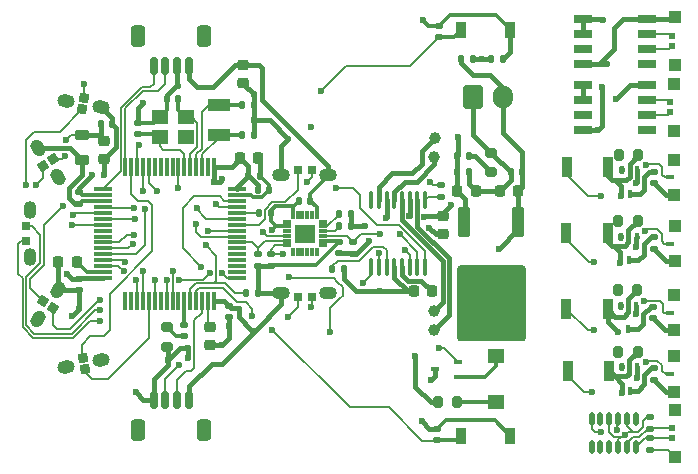
<source format=gbr>
%TF.GenerationSoftware,KiCad,Pcbnew,6.0.7-f9a2dced07~116~ubuntu20.04.1*%
%TF.CreationDate,2022-08-28T21:07:50+05:30*%
%TF.ProjectId,mushak_pcb,6d757368-616b-45f7-9063-622e6b696361,rev?*%
%TF.SameCoordinates,Original*%
%TF.FileFunction,Copper,L1,Top*%
%TF.FilePolarity,Positive*%
%FSLAX46Y46*%
G04 Gerber Fmt 4.6, Leading zero omitted, Abs format (unit mm)*
G04 Created by KiCad (PCBNEW 6.0.7-f9a2dced07~116~ubuntu20.04.1) date 2022-08-28 21:07:50*
%MOMM*%
%LPD*%
G01*
G04 APERTURE LIST*
G04 Aperture macros list*
%AMRoundRect*
0 Rectangle with rounded corners*
0 $1 Rounding radius*
0 $2 $3 $4 $5 $6 $7 $8 $9 X,Y pos of 4 corners*
0 Add a 4 corners polygon primitive as box body*
4,1,4,$2,$3,$4,$5,$6,$7,$8,$9,$2,$3,0*
0 Add four circle primitives for the rounded corners*
1,1,$1+$1,$2,$3*
1,1,$1+$1,$4,$5*
1,1,$1+$1,$6,$7*
1,1,$1+$1,$8,$9*
0 Add four rect primitives between the rounded corners*
20,1,$1+$1,$2,$3,$4,$5,0*
20,1,$1+$1,$4,$5,$6,$7,0*
20,1,$1+$1,$6,$7,$8,$9,0*
20,1,$1+$1,$8,$9,$2,$3,0*%
%AMHorizOval*
0 Thick line with rounded ends*
0 $1 width*
0 $2 $3 position (X,Y) of the first rounded end (center of the circle)*
0 $4 $5 position (X,Y) of the second rounded end (center of the circle)*
0 Add line between two ends*
20,1,$1,$2,$3,$4,$5,0*
0 Add two circle primitives to create the rounded ends*
1,1,$1,$2,$3*
1,1,$1,$4,$5*%
%AMRotRect*
0 Rectangle, with rotation*
0 The origin of the aperture is its center*
0 $1 length*
0 $2 width*
0 $3 Rotation angle, in degrees counterclockwise*
0 Add horizontal line*
21,1,$1,$2,0,0,$3*%
G04 Aperture macros list end*
%TA.AperFunction,SMDPad,CuDef*%
%ADD10RoundRect,0.135000X0.135000X0.185000X-0.135000X0.185000X-0.135000X-0.185000X0.135000X-0.185000X0*%
%TD*%
%TA.AperFunction,ComponentPad*%
%ADD11R,1.000000X1.000000*%
%TD*%
%TA.AperFunction,SMDPad,CuDef*%
%ADD12R,0.600000X0.500000*%
%TD*%
%TA.AperFunction,SMDPad,CuDef*%
%ADD13RoundRect,0.140000X0.170000X-0.140000X0.170000X0.140000X-0.170000X0.140000X-0.170000X-0.140000X0*%
%TD*%
%TA.AperFunction,SMDPad,CuDef*%
%ADD14RoundRect,0.135000X-0.185000X0.135000X-0.185000X-0.135000X0.185000X-0.135000X0.185000X0.135000X0*%
%TD*%
%TA.AperFunction,SMDPad,CuDef*%
%ADD15RoundRect,0.140000X0.140000X0.170000X-0.140000X0.170000X-0.140000X-0.170000X0.140000X-0.170000X0*%
%TD*%
%TA.AperFunction,SMDPad,CuDef*%
%ADD16RoundRect,0.225000X-0.250000X0.225000X-0.250000X-0.225000X0.250000X-0.225000X0.250000X0.225000X0*%
%TD*%
%TA.AperFunction,ComponentPad*%
%ADD17O,1.500000X1.100000*%
%TD*%
%TA.AperFunction,SMDPad,CuDef*%
%ADD18R,0.800000X0.700000*%
%TD*%
%TA.AperFunction,SMDPad,CuDef*%
%ADD19R,0.800000X0.400000*%
%TD*%
%TA.AperFunction,SMDPad,CuDef*%
%ADD20R,1.900000X1.100000*%
%TD*%
%TA.AperFunction,ComponentPad*%
%ADD21HorizOval,1.100000X-0.196962X0.034730X0.196962X-0.034730X0*%
%TD*%
%TA.AperFunction,SMDPad,CuDef*%
%ADD22RotRect,0.800000X0.800000X260.000000*%
%TD*%
%TA.AperFunction,SMDPad,CuDef*%
%ADD23RoundRect,0.200000X0.200000X0.275000X-0.200000X0.275000X-0.200000X-0.275000X0.200000X-0.275000X0*%
%TD*%
%TA.AperFunction,SMDPad,CuDef*%
%ADD24R,0.950000X1.400000*%
%TD*%
%TA.AperFunction,SMDPad,CuDef*%
%ADD25RoundRect,0.140000X-0.170000X0.140000X-0.170000X-0.140000X0.170000X-0.140000X0.170000X0.140000X0*%
%TD*%
%TA.AperFunction,SMDPad,CuDef*%
%ADD26RoundRect,0.225000X0.225000X0.250000X-0.225000X0.250000X-0.225000X-0.250000X0.225000X-0.250000X0*%
%TD*%
%TA.AperFunction,SMDPad,CuDef*%
%ADD27R,0.700000X0.450000*%
%TD*%
%TA.AperFunction,SMDPad,CuDef*%
%ADD28RoundRect,0.135000X0.185000X-0.135000X0.185000X0.135000X-0.185000X0.135000X-0.185000X-0.135000X0*%
%TD*%
%TA.AperFunction,SMDPad,CuDef*%
%ADD29R,0.450000X0.700000*%
%TD*%
%TA.AperFunction,SMDPad,CuDef*%
%ADD30RoundRect,0.135000X-0.135000X-0.185000X0.135000X-0.185000X0.135000X0.185000X-0.135000X0.185000X0*%
%TD*%
%TA.AperFunction,SMDPad,CuDef*%
%ADD31RoundRect,0.147500X0.172500X-0.147500X0.172500X0.147500X-0.172500X0.147500X-0.172500X-0.147500X0*%
%TD*%
%TA.AperFunction,SMDPad,CuDef*%
%ADD32R,0.900000X1.700000*%
%TD*%
%TA.AperFunction,SMDPad,CuDef*%
%ADD33RoundRect,0.140000X-0.140000X-0.170000X0.140000X-0.170000X0.140000X0.170000X-0.140000X0.170000X0*%
%TD*%
%TA.AperFunction,SMDPad,CuDef*%
%ADD34RoundRect,0.150000X-0.150000X-0.625000X0.150000X-0.625000X0.150000X0.625000X-0.150000X0.625000X0*%
%TD*%
%TA.AperFunction,SMDPad,CuDef*%
%ADD35RoundRect,0.250000X-0.350000X-0.650000X0.350000X-0.650000X0.350000X0.650000X-0.350000X0.650000X0*%
%TD*%
%TA.AperFunction,SMDPad,CuDef*%
%ADD36RoundRect,0.075000X-0.075000X0.700000X-0.075000X-0.700000X0.075000X-0.700000X0.075000X0.700000X0*%
%TD*%
%TA.AperFunction,SMDPad,CuDef*%
%ADD37RoundRect,0.075000X-0.700000X0.075000X-0.700000X-0.075000X0.700000X-0.075000X0.700000X0.075000X0*%
%TD*%
%TA.AperFunction,SMDPad,CuDef*%
%ADD38O,0.550000X1.150000*%
%TD*%
%TA.AperFunction,SMDPad,CuDef*%
%ADD39R,1.500000X0.650000*%
%TD*%
%TA.AperFunction,SMDPad,CuDef*%
%ADD40RoundRect,0.006600X0.103400X-0.313400X0.103400X0.313400X-0.103400X0.313400X-0.103400X-0.313400X0*%
%TD*%
%TA.AperFunction,SMDPad,CuDef*%
%ADD41RoundRect,0.006600X0.313400X0.103400X-0.313400X0.103400X-0.313400X-0.103400X0.313400X-0.103400X0*%
%TD*%
%TA.AperFunction,SMDPad,CuDef*%
%ADD42R,1.700000X1.540000*%
%TD*%
%TA.AperFunction,SMDPad,CuDef*%
%ADD43RoundRect,0.200000X-0.275000X0.200000X-0.275000X-0.200000X0.275000X-0.200000X0.275000X0.200000X0*%
%TD*%
%TA.AperFunction,SMDPad,CuDef*%
%ADD44RoundRect,0.225000X-0.225000X-0.250000X0.225000X-0.250000X0.225000X0.250000X-0.225000X0.250000X0*%
%TD*%
%TA.AperFunction,SMDPad,CuDef*%
%ADD45RoundRect,0.112800X-0.357200X1.147200X-0.357200X-1.147200X0.357200X-1.147200X0.357200X1.147200X0*%
%TD*%
%TA.AperFunction,SMDPad,CuDef*%
%ADD46R,5.670000X6.230000*%
%TD*%
%TA.AperFunction,ComponentPad*%
%ADD47RoundRect,0.250000X-0.600000X-0.750000X0.600000X-0.750000X0.600000X0.750000X-0.600000X0.750000X0*%
%TD*%
%TA.AperFunction,ComponentPad*%
%ADD48O,1.700000X2.000000*%
%TD*%
%TA.AperFunction,SMDPad,CuDef*%
%ADD49R,1.410000X1.260000*%
%TD*%
%TA.AperFunction,ComponentPad*%
%ADD50O,1.100000X1.500000*%
%TD*%
%TA.AperFunction,SMDPad,CuDef*%
%ADD51R,0.700000X0.800000*%
%TD*%
%TA.AperFunction,SMDPad,CuDef*%
%ADD52RoundRect,0.218750X0.381250X-0.218750X0.381250X0.218750X-0.381250X0.218750X-0.381250X-0.218750X0*%
%TD*%
%TA.AperFunction,SMDPad,CuDef*%
%ADD53RoundRect,0.147500X0.147500X0.172500X-0.147500X0.172500X-0.147500X-0.172500X0.147500X-0.172500X0*%
%TD*%
%TA.AperFunction,SMDPad,CuDef*%
%ADD54RoundRect,0.200000X0.275000X-0.200000X0.275000X0.200000X-0.275000X0.200000X-0.275000X-0.200000X0*%
%TD*%
%TA.AperFunction,SMDPad,CuDef*%
%ADD55R,1.400000X1.200000*%
%TD*%
%TA.AperFunction,ComponentPad*%
%ADD56C,1.000000*%
%TD*%
%TA.AperFunction,SMDPad,CuDef*%
%ADD57RoundRect,0.200000X-0.200000X-0.275000X0.200000X-0.275000X0.200000X0.275000X-0.200000X0.275000X0*%
%TD*%
%TA.AperFunction,ComponentPad*%
%ADD58HorizOval,1.100000X-0.114715X0.163830X0.114715X-0.163830X0*%
%TD*%
%TA.AperFunction,SMDPad,CuDef*%
%ADD59RotRect,0.800000X0.800000X215.000000*%
%TD*%
%TA.AperFunction,SMDPad,CuDef*%
%ADD60RoundRect,0.150000X0.150000X0.625000X-0.150000X0.625000X-0.150000X-0.625000X0.150000X-0.625000X0*%
%TD*%
%TA.AperFunction,SMDPad,CuDef*%
%ADD61RoundRect,0.250000X0.350000X0.650000X-0.350000X0.650000X-0.350000X-0.650000X0.350000X-0.650000X0*%
%TD*%
%TA.AperFunction,ComponentPad*%
%ADD62HorizOval,1.100000X-0.196962X-0.034730X0.196962X0.034730X0*%
%TD*%
%TA.AperFunction,SMDPad,CuDef*%
%ADD63RotRect,0.800000X0.800000X280.000000*%
%TD*%
%TA.AperFunction,SMDPad,CuDef*%
%ADD64RoundRect,0.100000X-0.100000X0.637500X-0.100000X-0.637500X0.100000X-0.637500X0.100000X0.637500X0*%
%TD*%
%TA.AperFunction,ComponentPad*%
%ADD65HorizOval,1.100000X-0.114715X-0.163830X0.114715X0.163830X0*%
%TD*%
%TA.AperFunction,SMDPad,CuDef*%
%ADD66RotRect,0.800000X0.800000X325.000000*%
%TD*%
%TA.AperFunction,ViaPad*%
%ADD67C,0.600000*%
%TD*%
%TA.AperFunction,Conductor*%
%ADD68C,0.200000*%
%TD*%
%TA.AperFunction,Conductor*%
%ADD69C,0.400000*%
%TD*%
%TA.AperFunction,Conductor*%
%ADD70C,0.300000*%
%TD*%
G04 APERTURE END LIST*
D10*
%TO.P,R26,1*%
%TO.N,POW_GND*%
X171110000Y-95250000D03*
%TO.P,R26,2*%
%TO.N,Net-(R26-Pad2)*%
X170090000Y-95250000D03*
%TD*%
D11*
%TO.P,J4,1,Pin_1*%
%TO.N,/AS5600_Left/+3V0_s*%
X205250000Y-88300000D03*
D12*
%TO.P,J4,2,Pin_2*%
%TO.N,/AS5600_Left/SDA_s*%
X204950000Y-86700000D03*
%TO.P,J4,3,Pin_3*%
%TO.N,/AS5600_Left/SCL_s*%
X204950000Y-85900000D03*
D11*
%TO.P,J4,4,Pin_4*%
%TO.N,/AS5600_Left/GND_s*%
X205250000Y-84300000D03*
%TD*%
D13*
%TO.P,C6,1*%
%TO.N,/IR_sensor/+3V0_2*%
X203550000Y-109380000D03*
%TO.P,C6,2*%
%TO.N,/IR_sensor/GND_2*%
X203550000Y-108420000D03*
%TD*%
D14*
%TO.P,R15,1*%
%TO.N,/VL6180x/SDA_s*%
X203250000Y-114290000D03*
%TO.P,R15,2*%
%TO.N,/VL6180x/3V0_s*%
X203250000Y-115310000D03*
%TD*%
D15*
%TO.P,C11,1*%
%TO.N,RCC_OSC_IN*%
X163280000Y-85600000D03*
%TO.P,C11,2*%
%TO.N,POW_GND*%
X162320000Y-85600000D03*
%TD*%
D16*
%TO.P,C2,1*%
%TO.N,Net-(C2-Pad1)*%
X166000000Y-104925000D03*
%TO.P,C2,2*%
%TO.N,POW_GND*%
X166000000Y-106475000D03*
%TD*%
D17*
%TO.P,J11,1,Pin_1*%
%TO.N,+3V0*%
X176000000Y-92000000D03*
D18*
%TO.P,J11,2,Pin_2*%
%TO.N,SDA_1*%
X174600000Y-91650000D03*
%TO.P,J11,3,Pin_3*%
%TO.N,SCL_1*%
X173400000Y-91650000D03*
D17*
%TO.P,J11,4,Pin_4*%
%TO.N,POW_GND*%
X172000000Y-92000000D03*
%TD*%
D11*
%TO.P,J8,1,Pin_1*%
%TO.N,/IR_sensor/+3V0_4*%
X205350000Y-99350000D03*
D19*
%TO.P,J8,2,Pin_2*%
%TO.N,/IR_sensor/IR_POW_4*%
X204950000Y-97850000D03*
D11*
%TO.P,J8,4,Pin_4*%
%TO.N,/IR_sensor/GND_4*%
X205350000Y-96350000D03*
%TD*%
D20*
%TO.P,Y2,1,1*%
%TO.N,Net-(C20-Pad1)*%
X166700000Y-88650000D03*
%TO.P,Y2,2,2*%
%TO.N,Net-(C21-Pad1)*%
X166700000Y-86150000D03*
%TD*%
D21*
%TO.P,J16,1,Pin_1*%
%TO.N,+3V0*%
X153772788Y-85739528D03*
D22*
%TO.P,J16,2,Pin_2*%
%TO.N,IR_LED_4*%
X155163176Y-86492404D03*
%TO.P,J16,3,Pin_3*%
%TO.N,IR_RES_4*%
X155336824Y-85507596D03*
D21*
%TO.P,J16,4,Pin_4*%
%TO.N,POW_GND*%
X156727212Y-86260472D03*
%TD*%
D23*
%TO.P,R12,1*%
%TO.N,/IR_sensor/+3V0_2*%
X202175000Y-107000000D03*
%TO.P,R12,2*%
%TO.N,Net-(C35-Pad1)*%
X200525000Y-107000000D03*
%TD*%
D14*
%TO.P,R20,1*%
%TO.N,/MPU6500/MISO*%
X178100000Y-97690000D03*
%TO.P,R20,2*%
%TO.N,POW_GND*%
X178100000Y-98710000D03*
%TD*%
D24*
%TO.P,SW2,1,1*%
%TO.N,DEBUG*%
X187225000Y-114100000D03*
%TO.P,SW2,2,2*%
%TO.N,POW_GND*%
X191375000Y-114100000D03*
%TD*%
D11*
%TO.P,J7,1,Pin_1*%
%TO.N,/IR_sensor/+3V0_2*%
X205300000Y-110400000D03*
D19*
%TO.P,J7,2,Pin_2*%
%TO.N,/IR_sensor/IR_POW_2*%
X204900000Y-108900000D03*
D11*
%TO.P,J7,4,Pin_4*%
%TO.N,/IR_sensor/GND_2*%
X205300000Y-107400000D03*
%TD*%
D25*
%TO.P,C9,1*%
%TO.N,+3V0*%
X154900000Y-100820000D03*
%TO.P,C9,2*%
%TO.N,POW_GND*%
X154900000Y-101780000D03*
%TD*%
D26*
%TO.P,C8,1*%
%TO.N,POW_IN*%
X192075000Y-93400000D03*
%TO.P,C8,2*%
%TO.N,POW_GND*%
X190525000Y-93400000D03*
%TD*%
D17*
%TO.P,J13,1,Pin_1*%
%TO.N,+3V0*%
X172000000Y-102000000D03*
D18*
%TO.P,J13,2,Pin_2*%
%TO.N,SDA_2*%
X173400000Y-102350000D03*
%TO.P,J13,3,Pin_3*%
%TO.N,SCL_2*%
X174600000Y-102350000D03*
D17*
%TO.P,J13,4,Pin_4*%
%TO.N,POW_GND*%
X176000000Y-102000000D03*
%TD*%
D27*
%TO.P,Q1,1,D*%
%TO.N,Net-(BZ1-Pad2)*%
X187000000Y-109150000D03*
%TO.P,Q1,2,G*%
%TO.N,BUZZER_OP*%
X187000000Y-107850000D03*
%TO.P,Q1,3,S*%
%TO.N,POW_GND*%
X185000000Y-108500000D03*
%TD*%
D13*
%TO.P,C15,1*%
%TO.N,RCC_OSC_OUT*%
X159900000Y-88580000D03*
%TO.P,C15,2*%
%TO.N,POW_GND*%
X159900000Y-87620000D03*
%TD*%
%TO.P,C37,1*%
%TO.N,/IR_sensor/+3V0_3*%
X203600000Y-92730000D03*
%TO.P,C37,2*%
%TO.N,/IR_sensor/GND_3*%
X203600000Y-91770000D03*
%TD*%
D16*
%TO.P,C19,1*%
%TO.N,3V0A*%
X157000000Y-89125000D03*
%TO.P,C19,2*%
%TO.N,POW_GND*%
X157000000Y-90675000D03*
%TD*%
D28*
%TO.P,R14,1*%
%TO.N,/VL6180x/SCL_s*%
X203250000Y-113510000D03*
%TO.P,R14,2*%
%TO.N,/VL6180x/3V0_s*%
X203250000Y-112490000D03*
%TD*%
D29*
%TO.P,Q3,1,D*%
%TO.N,Net-(D3-Pad1)*%
X202150000Y-108300000D03*
%TO.P,Q3,2,G*%
%TO.N,/IR_sensor/IR_POW_2*%
X200850000Y-108300000D03*
%TO.P,Q3,3,S*%
%TO.N,/IR_sensor/GND_2*%
X201500000Y-110300000D03*
%TD*%
D30*
%TO.P,R3,1*%
%TO.N,BAT_VOL*%
X189790000Y-82200000D03*
%TO.P,R3,2*%
%TO.N,POW_GND*%
X190810000Y-82200000D03*
%TD*%
D10*
%TO.P,R2,1*%
%TO.N,BAT_VOL*%
X188210000Y-82200000D03*
%TO.P,R2,2*%
%TO.N,POW_IN*%
X187190000Y-82200000D03*
%TD*%
D25*
%TO.P,C10,1*%
%TO.N,+3V0*%
X167600000Y-103120000D03*
%TO.P,C10,2*%
%TO.N,POW_GND*%
X167600000Y-104080000D03*
%TD*%
D31*
%TO.P,D6,1,K*%
%TO.N,Net-(D6-Pad1)*%
X163800000Y-105685000D03*
%TO.P,D6,2,A*%
%TO.N,DEB_LED*%
X163800000Y-104715000D03*
%TD*%
D32*
%TO.P,A4,1*%
%TO.N,/IR_sensor/IR_REC_3*%
X196205000Y-91353750D03*
%TO.P,A4,2*%
%TO.N,/IR_sensor/+3V0_3*%
X199705000Y-91353750D03*
%TD*%
D15*
%TO.P,C32,1*%
%TO.N,POW_GND*%
X177880000Y-96400000D03*
%TO.P,C32,2*%
%TO.N,Net-(C32-Pad2)*%
X176920000Y-96400000D03*
%TD*%
D11*
%TO.P,J6,1,Pin_1*%
%TO.N,/IR_sensor/+3V0_1*%
X205300000Y-105200000D03*
D19*
%TO.P,J6,2,Pin_2*%
%TO.N,/IR_sensor/IR_POW_1*%
X204900000Y-103700000D03*
D11*
%TO.P,J6,4,Pin_4*%
%TO.N,/IR_sensor/GND_1*%
X205300000Y-102200000D03*
%TD*%
D33*
%TO.P,C16,1*%
%TO.N,+3V0*%
X169220000Y-92100000D03*
%TO.P,C16,2*%
%TO.N,POW_GND*%
X170180000Y-92100000D03*
%TD*%
D34*
%TO.P,J3,1,Pin_1*%
%TO.N,TXD*%
X161200000Y-82825000D03*
%TO.P,J3,2,Pin_2*%
%TO.N,RXD*%
X162200000Y-82825000D03*
%TO.P,J3,3,Pin_3*%
%TO.N,POW_GND*%
X163200000Y-82825000D03*
%TO.P,J3,4,Pin_4*%
%TO.N,+3V0*%
X164200000Y-82825000D03*
D35*
%TO.P,J3,MP*%
%TO.N,N/C*%
X165500000Y-80300000D03*
X159900000Y-80300000D03*
%TD*%
D14*
%TO.P,R17,1*%
%TO.N,/MPU6500/SCLK*%
X170000000Y-98690000D03*
%TO.P,R17,2*%
%TO.N,+3V0*%
X170000000Y-99710000D03*
%TD*%
D29*
%TO.P,Q2,1,D*%
%TO.N,Net-(D2-Pad1)*%
X202050000Y-103100000D03*
%TO.P,Q2,2,G*%
%TO.N,/IR_sensor/IR_POW_1*%
X200750000Y-103100000D03*
%TO.P,Q2,3,S*%
%TO.N,/IR_sensor/GND_1*%
X201400000Y-105100000D03*
%TD*%
D32*
%TO.P,A2,1*%
%TO.N,/IR_sensor/IR_REC_2*%
X196250000Y-108600000D03*
%TO.P,A2,2*%
%TO.N,/IR_sensor/+3V0_2*%
X199750000Y-108600000D03*
%TD*%
D23*
%TO.P,R7,1*%
%TO.N,/IR_sensor/+3V0_1*%
X202125000Y-101800000D03*
%TO.P,R7,2*%
%TO.N,Net-(C34-Pad1)*%
X200475000Y-101800000D03*
%TD*%
D13*
%TO.P,C3,1*%
%TO.N,NRST*%
X185400000Y-80380000D03*
%TO.P,C3,2*%
%TO.N,POW_GND*%
X185400000Y-79420000D03*
%TD*%
D29*
%TO.P,Q4,1,D*%
%TO.N,Net-(D4-Pad1)*%
X202100000Y-97250000D03*
%TO.P,Q4,2,G*%
%TO.N,/IR_sensor/IR_POW_4*%
X200800000Y-97250000D03*
%TO.P,Q4,3,S*%
%TO.N,/IR_sensor/GND_4*%
X201450000Y-99250000D03*
%TD*%
D36*
%TO.P,U6,1,VBAT*%
%TO.N,+3V0*%
X166300000Y-91325000D03*
%TO.P,U6,2,PC13*%
%TO.N,unconnected-(U6-Pad2)*%
X165800000Y-91325000D03*
%TO.P,U6,3,PC14*%
%TO.N,Net-(C20-Pad1)*%
X165300000Y-91325000D03*
%TO.P,U6,4,PC15*%
%TO.N,Net-(C21-Pad1)*%
X164800000Y-91325000D03*
%TO.P,U6,5,PH0*%
%TO.N,RCC_OSC_IN*%
X164300000Y-91325000D03*
%TO.P,U6,6,PH1*%
%TO.N,RCC_OSC_OUT*%
X163800000Y-91325000D03*
%TO.P,U6,7,NRST*%
%TO.N,NRST*%
X163300000Y-91325000D03*
%TO.P,U6,8,PC0*%
%TO.N,unconnected-(U6-Pad8)*%
X162800000Y-91325000D03*
%TO.P,U6,9,PC1*%
%TO.N,unconnected-(U6-Pad9)*%
X162300000Y-91325000D03*
%TO.P,U6,10,PC2*%
%TO.N,unconnected-(U6-Pad10)*%
X161800000Y-91325000D03*
%TO.P,U6,11,PC3*%
%TO.N,unconnected-(U6-Pad11)*%
X161300000Y-91325000D03*
%TO.P,U6,12,VSSA*%
%TO.N,POW_GND*%
X160800000Y-91325000D03*
%TO.P,U6,13,VDDA*%
%TO.N,3V0A*%
X160300000Y-91325000D03*
%TO.P,U6,14,PA0*%
%TO.N,BAT_VOL*%
X159800000Y-91325000D03*
%TO.P,U6,15,PA1*%
%TO.N,IR_RES_1*%
X159300000Y-91325000D03*
%TO.P,U6,16,PA2*%
%TO.N,RXD*%
X158800000Y-91325000D03*
D37*
%TO.P,U6,17,PA3*%
%TO.N,TXD*%
X156875000Y-93250000D03*
%TO.P,U6,18,VSS*%
%TO.N,POW_GND*%
X156875000Y-93750000D03*
%TO.P,U6,19,VDD*%
%TO.N,+3V0*%
X156875000Y-94250000D03*
%TO.P,U6,20,PA4*%
%TO.N,IR_RES_2*%
X156875000Y-94750000D03*
%TO.P,U6,21,PA5*%
%TO.N,IR_RES_3*%
X156875000Y-95250000D03*
%TO.P,U6,22,PA6*%
%TO.N,/DRV8833_Motor_Driver/BIN2*%
X156875000Y-95750000D03*
%TO.P,U6,23,PA7*%
%TO.N,IR_RES_4*%
X156875000Y-96250000D03*
%TO.P,U6,24,PC4*%
%TO.N,unconnected-(U6-Pad24)*%
X156875000Y-96750000D03*
%TO.P,U6,25,PC5*%
%TO.N,unconnected-(U6-Pad25)*%
X156875000Y-97250000D03*
%TO.P,U6,26,PB0*%
%TO.N,/DRV8833_Motor_Driver/AIN2*%
X156875000Y-97750000D03*
%TO.P,U6,27,PB1*%
%TO.N,/DRV8833_Motor_Driver/BIN1*%
X156875000Y-98250000D03*
%TO.P,U6,28,PB2*%
%TO.N,/DRV8833_Motor_Driver/EN*%
X156875000Y-98750000D03*
%TO.P,U6,29,PB10*%
%TO.N,SCL_2*%
X156875000Y-99250000D03*
%TO.P,U6,30,PB11*%
%TO.N,SDA_2*%
X156875000Y-99750000D03*
%TO.P,U6,31,VCAP_1*%
%TO.N,Net-(C1-Pad1)*%
X156875000Y-100250000D03*
%TO.P,U6,32,VDD*%
%TO.N,+3V0*%
X156875000Y-100750000D03*
D36*
%TO.P,U6,33,PB12*%
%TO.N,unconnected-(U6-Pad33)*%
X158800000Y-102675000D03*
%TO.P,U6,34,PB13*%
%TO.N,unconnected-(U6-Pad34)*%
X159300000Y-102675000D03*
%TO.P,U6,35,PB14*%
%TO.N,IR_LED_4*%
X159800000Y-102675000D03*
%TO.P,U6,36,PB15*%
%TO.N,IR_LED_3*%
X160300000Y-102675000D03*
%TO.P,U6,37,PC6*%
%TO.N,IR_LED_1*%
X160800000Y-102675000D03*
%TO.P,U6,38,PC7*%
%TO.N,IR_LED_2*%
X161300000Y-102675000D03*
%TO.P,U6,39,PC8*%
%TO.N,unconnected-(U6-Pad39)*%
X161800000Y-102675000D03*
%TO.P,U6,40,PC9*%
%TO.N,SDA_3*%
X162300000Y-102675000D03*
%TO.P,U6,41,PA8*%
%TO.N,SCL_3*%
X162800000Y-102675000D03*
%TO.P,U6,42,PA9*%
%TO.N,unconnected-(U6-Pad42)*%
X163300000Y-102675000D03*
%TO.P,U6,43,PA10*%
%TO.N,DEB_LED*%
X163800000Y-102675000D03*
%TO.P,U6,44,PA11*%
%TO.N,/MPU6500/nCS*%
X164300000Y-102675000D03*
%TO.P,U6,45,PA12*%
%TO.N,DEBUG*%
X164800000Y-102675000D03*
%TO.P,U6,46,PA13*%
%TO.N,SYS_JTMS-SWDIO*%
X165300000Y-102675000D03*
%TO.P,U6,47,VCAP_2*%
%TO.N,Net-(C2-Pad1)*%
X165800000Y-102675000D03*
%TO.P,U6,48,VDD*%
%TO.N,+3V0*%
X166300000Y-102675000D03*
D37*
%TO.P,U6,49,PA14*%
%TO.N,SYS_JTCK-SWCLK*%
X168225000Y-100750000D03*
%TO.P,U6,50,PA15*%
%TO.N,unconnected-(U6-Pad50)*%
X168225000Y-100250000D03*
%TO.P,U6,51,PC10*%
%TO.N,unconnected-(U6-Pad51)*%
X168225000Y-99750000D03*
%TO.P,U6,52,PC11*%
%TO.N,unconnected-(U6-Pad52)*%
X168225000Y-99250000D03*
%TO.P,U6,53,PC12*%
%TO.N,unconnected-(U6-Pad53)*%
X168225000Y-98750000D03*
%TO.P,U6,54,PD2*%
%TO.N,unconnected-(U6-Pad54)*%
X168225000Y-98250000D03*
%TO.P,U6,55,PB3*%
%TO.N,/MPU6500/SCLK*%
X168225000Y-97750000D03*
%TO.P,U6,56,PB4*%
%TO.N,/MPU6500/MISO*%
X168225000Y-97250000D03*
%TO.P,U6,57,PB5*%
%TO.N,/MPU6500/MOSI*%
X168225000Y-96750000D03*
%TO.P,U6,58,PB6*%
%TO.N,SCL_1*%
X168225000Y-96250000D03*
%TO.P,U6,59,PB7*%
%TO.N,SDA_1*%
X168225000Y-95750000D03*
%TO.P,U6,60,BOOT0*%
%TO.N,Net-(R26-Pad2)*%
X168225000Y-95250000D03*
%TO.P,U6,61,PB8*%
%TO.N,/DRV8833_Motor_Driver/AIN1*%
X168225000Y-94750000D03*
%TO.P,U6,62,PB9*%
%TO.N,BUZZER_OP*%
X168225000Y-94250000D03*
%TO.P,U6,63,VSS*%
%TO.N,POW_GND*%
X168225000Y-93750000D03*
%TO.P,U6,64,VDD*%
%TO.N,+3V0*%
X168225000Y-93250000D03*
%TD*%
D33*
%TO.P,C21,1*%
%TO.N,Net-(C21-Pad1)*%
X168700000Y-86150000D03*
%TO.P,C21,2*%
%TO.N,POW_GND*%
X169660000Y-86150000D03*
%TD*%
%TO.P,C14,1*%
%TO.N,+3V0*%
X170020000Y-93300000D03*
%TO.P,C14,2*%
%TO.N,POW_GND*%
X170980000Y-93300000D03*
%TD*%
D38*
%TO.P,U4,1,GPIO1*%
%TO.N,unconnected-(U4-Pad1)*%
X198275000Y-115100000D03*
%TO.P,U4,2*%
%TO.N,N/C*%
X199025000Y-115100000D03*
%TO.P,U4,3*%
X199775000Y-115100000D03*
%TO.P,U4,4,GPIO0/CE*%
%TO.N,/VL6180x/3V0_s*%
X200525000Y-115100000D03*
%TO.P,U4,5,SCL*%
%TO.N,/VL6180x/SCL_s*%
X201275000Y-115100000D03*
%TO.P,U4,6,SDA*%
%TO.N,/VL6180x/SDA_s*%
X202025000Y-115100000D03*
%TO.P,U4,7*%
%TO.N,N/C*%
X202025000Y-112700000D03*
%TO.P,U4,8,AVDD_VCSEL*%
%TO.N,/VL6180x/3V0_s*%
X201275000Y-112700000D03*
%TO.P,U4,9,AVSS_VCSEL*%
%TO.N,/VL6180x/GND_s*%
X200525000Y-112700000D03*
%TO.P,U4,10,AVDD*%
%TO.N,/VL6180x/3V0_s*%
X199775000Y-112700000D03*
%TO.P,U4,11*%
%TO.N,N/C*%
X199025000Y-112700000D03*
%TO.P,U4,12,AVSS*%
%TO.N,/VL6180x/GND_s*%
X198275000Y-112700000D03*
%TD*%
D39*
%TO.P,IC2,1,VDD5V*%
%TO.N,/AS5600_Right/+3V0_s*%
X197550000Y-78795000D03*
%TO.P,IC2,2,VDD3V3*%
X197550000Y-80065000D03*
%TO.P,IC2,3,OUT*%
%TO.N,unconnected-(IC2-Pad3)*%
X197550000Y-81335000D03*
%TO.P,IC2,4,GND*%
%TO.N,/AS5600_Right/GND_s*%
X197550000Y-82605000D03*
%TO.P,IC2,5,PGO*%
%TO.N,unconnected-(IC2-Pad5)*%
X202950000Y-82605000D03*
%TO.P,IC2,6,SDA*%
%TO.N,/AS5600_Right/SDA_s*%
X202950000Y-81335000D03*
%TO.P,IC2,7,SCL*%
%TO.N,/AS5600_Right/SCL_s*%
X202950000Y-80065000D03*
%TO.P,IC2,8,DIR*%
%TO.N,/AS5600_Right/GND_s*%
X202950000Y-78795000D03*
%TD*%
D15*
%TO.P,C33,1*%
%TO.N,+3V0*%
X174480000Y-94200000D03*
%TO.P,C33,2*%
%TO.N,POW_GND*%
X173520000Y-94200000D03*
%TD*%
D40*
%TO.P,U5,1*%
%TO.N,N/C*%
X173000000Y-98545000D03*
%TO.P,U5,2*%
X173400000Y-98545000D03*
%TO.P,U5,3*%
X173800000Y-98545000D03*
%TO.P,U5,4*%
X174200000Y-98545000D03*
%TO.P,U5,5*%
X174600000Y-98545000D03*
%TO.P,U5,6*%
X175000000Y-98545000D03*
D41*
%TO.P,U5,7,AUX_CL*%
%TO.N,unconnected-(U5-Pad7)*%
X175545000Y-98000000D03*
%TO.P,U5,8,VDDIO*%
%TO.N,+3V0*%
X175545000Y-97600000D03*
%TO.P,U5,9,AD0/SDO*%
%TO.N,/MPU6500/MISO*%
X175545000Y-97200000D03*
%TO.P,U5,10,REGOUT*%
%TO.N,Net-(C32-Pad2)*%
X175545000Y-96800000D03*
%TO.P,U5,11,FSYNC*%
%TO.N,Net-(R18-Pad1)*%
X175545000Y-96400000D03*
%TO.P,U5,12,INT*%
%TO.N,unconnected-(U5-Pad12)*%
X175545000Y-96000000D03*
D40*
%TO.P,U5,13,VDD*%
%TO.N,+3V0*%
X175000000Y-95455000D03*
%TO.P,U5,14*%
%TO.N,N/C*%
X174600000Y-95455000D03*
%TO.P,U5,15*%
X174200000Y-95455000D03*
%TO.P,U5,16*%
X173800000Y-95455000D03*
%TO.P,U5,17*%
X173400000Y-95455000D03*
%TO.P,U5,18,GND*%
%TO.N,POW_GND*%
X173000000Y-95455000D03*
D41*
%TO.P,U5,19,RESV_1*%
%TO.N,unconnected-(U5-Pad19)*%
X172455000Y-96000000D03*
%TO.P,U5,20,RESV_2*%
%TO.N,POW_GND*%
X172455000Y-96400000D03*
%TO.P,U5,21,AUX_DA*%
%TO.N,unconnected-(U5-Pad21)*%
X172455000Y-96800000D03*
%TO.P,U5,22,NCS*%
%TO.N,/MPU6500/nCS*%
X172455000Y-97200000D03*
%TO.P,U5,23,SCL/SCLK*%
%TO.N,/MPU6500/SCLK*%
X172455000Y-97600000D03*
%TO.P,U5,24,SDA/SDI*%
%TO.N,/MPU6500/MOSI*%
X172455000Y-98000000D03*
D42*
%TO.P,U5,25,EXP*%
%TO.N,unconnected-(U5-Pad25)*%
X174000000Y-97000000D03*
%TD*%
D15*
%TO.P,C24,1*%
%TO.N,POW_IN*%
X192380000Y-91800000D03*
%TO.P,C24,2*%
%TO.N,POW_GND*%
X191420000Y-91800000D03*
%TD*%
D43*
%TO.P,R21,1*%
%TO.N,Net-(D6-Pad1)*%
X162300000Y-104925000D03*
%TO.P,R21,2*%
%TO.N,POW_GND*%
X162300000Y-106575000D03*
%TD*%
D16*
%TO.P,C12,1*%
%TO.N,+3V0*%
X168800000Y-82725000D03*
%TO.P,C12,2*%
%TO.N,POW_GND*%
X168800000Y-84275000D03*
%TD*%
%TO.P,C27,1*%
%TO.N,POW_GND*%
X185700000Y-95525000D03*
%TO.P,C27,2*%
%TO.N,Net-(C27-Pad2)*%
X185700000Y-97075000D03*
%TD*%
D13*
%TO.P,C4,1*%
%TO.N,DEBUG*%
X185200000Y-114480000D03*
%TO.P,C4,2*%
%TO.N,POW_GND*%
X185200000Y-113520000D03*
%TD*%
D44*
%TO.P,C28,1*%
%TO.N,POW_IN*%
X183225000Y-101900000D03*
%TO.P,C28,2*%
%TO.N,POW_GND*%
X184775000Y-101900000D03*
%TD*%
D33*
%TO.P,C17,1*%
%TO.N,3V0A*%
X156720000Y-87700000D03*
%TO.P,C17,2*%
%TO.N,POW_GND*%
X157680000Y-87700000D03*
%TD*%
D13*
%TO.P,C7,1*%
%TO.N,+3V0*%
X154900000Y-94480000D03*
%TO.P,C7,2*%
%TO.N,POW_GND*%
X154900000Y-93520000D03*
%TD*%
D29*
%TO.P,Q5,1,D*%
%TO.N,Net-(D5-Pad1)*%
X202150000Y-91650000D03*
%TO.P,Q5,2,G*%
%TO.N,/IR_sensor/IR_POW_3*%
X200850000Y-91650000D03*
%TO.P,Q5,3,S*%
%TO.N,/IR_sensor/GND_3*%
X201500000Y-93650000D03*
%TD*%
D33*
%TO.P,C25,1*%
%TO.N,+3V0*%
X186920000Y-91800000D03*
%TO.P,C25,2*%
%TO.N,POW_GND*%
X187880000Y-91800000D03*
%TD*%
D44*
%TO.P,C13,1*%
%TO.N,+3V0*%
X186925000Y-93400000D03*
%TO.P,C13,2*%
%TO.N,POW_GND*%
X188475000Y-93400000D03*
%TD*%
%TO.P,C18,1*%
%TO.N,+3V0*%
X168525000Y-90600000D03*
%TO.P,C18,2*%
%TO.N,POW_GND*%
X170075000Y-90600000D03*
%TD*%
D33*
%TO.P,C20,1*%
%TO.N,Net-(C20-Pad1)*%
X168710000Y-88640000D03*
%TO.P,C20,2*%
%TO.N,POW_GND*%
X169670000Y-88640000D03*
%TD*%
D23*
%TO.P,R24,1*%
%TO.N,/IR_sensor/+3V0_3*%
X202225000Y-90350000D03*
%TO.P,R24,2*%
%TO.N,Net-(C39-Pad1)*%
X200575000Y-90350000D03*
%TD*%
D45*
%TO.P,U1,1,VCC*%
%TO.N,POW_IN*%
X192080000Y-96060000D03*
D46*
%TO.P,U1,2,FIN*%
%TO.N,POW_GND*%
X189800000Y-102880000D03*
D45*
%TO.P,U1,3,VOUT*%
%TO.N,+3V0*%
X187520000Y-96060000D03*
%TD*%
D28*
%TO.P,R25,1*%
%TO.N,Net-(R25-Pad1)*%
X185500000Y-93910000D03*
%TO.P,R25,2*%
%TO.N,/DRV8833_Motor_Driver/EN*%
X185500000Y-92890000D03*
%TD*%
D47*
%TO.P,J2,1,Pin_1*%
%TO.N,POW_GND*%
X188250000Y-85400000D03*
D48*
%TO.P,J2,2,Pin_2*%
%TO.N,POW_IN*%
X190750000Y-85400000D03*
%TD*%
D26*
%TO.P,C1,1*%
%TO.N,Net-(C1-Pad1)*%
X154675000Y-99400000D03*
%TO.P,C1,2*%
%TO.N,POW_GND*%
X153125000Y-99400000D03*
%TD*%
D13*
%TO.P,C5,1*%
%TO.N,/IR_sensor/+3V0_1*%
X203500000Y-104180000D03*
%TO.P,C5,2*%
%TO.N,/IR_sensor/GND_1*%
X203500000Y-103220000D03*
%TD*%
D49*
%TO.P,BZ1,1,-*%
%TO.N,Net-(BZ1-Pad1)*%
X190200000Y-111225000D03*
%TO.P,BZ1,2,+*%
%TO.N,Net-(BZ1-Pad2)*%
X190200000Y-107375000D03*
%TD*%
D11*
%TO.P,J17,1,Pin_1*%
%TO.N,/VL6180x/3V0_s*%
X205350000Y-115900000D03*
D12*
%TO.P,J17,2,Pin_2*%
%TO.N,/VL6180x/SDA_s*%
X205050000Y-114300000D03*
%TO.P,J17,3,Pin_3*%
%TO.N,/VL6180x/SCL_s*%
X205050000Y-113500000D03*
D11*
%TO.P,J17,4,Pin_4*%
%TO.N,/VL6180x/GND_s*%
X205350000Y-111900000D03*
%TD*%
D50*
%TO.P,J15,1,Pin_1*%
%TO.N,+3V0*%
X150750000Y-95000000D03*
D51*
%TO.P,J15,2,Pin_2*%
%TO.N,SDA_3*%
X150400000Y-96400000D03*
%TO.P,J15,3,Pin_3*%
%TO.N,SCL_3*%
X150400000Y-97600000D03*
D50*
%TO.P,J15,4,Pin_4*%
%TO.N,POW_GND*%
X150750000Y-99000000D03*
%TD*%
D52*
%TO.P,FB1,1*%
%TO.N,+3V0*%
X155100000Y-90762500D03*
%TO.P,FB1,2*%
%TO.N,3V0A*%
X155100000Y-88637500D03*
%TD*%
D53*
%TO.P,D1,1,K*%
%TO.N,Net-(D1-Pad1)*%
X187885000Y-90400000D03*
%TO.P,D1,2,A*%
%TO.N,+3V0*%
X186915000Y-90400000D03*
%TD*%
D54*
%TO.P,R4,1*%
%TO.N,Net-(D1-Pad1)*%
X189800000Y-91825000D03*
%TO.P,R4,2*%
%TO.N,POW_GND*%
X189800000Y-90175000D03*
%TD*%
D55*
%TO.P,Y1,1,1*%
%TO.N,RCC_OSC_IN*%
X163900000Y-87150000D03*
%TO.P,Y1,2,2*%
%TO.N,POW_GND*%
X161700000Y-87150000D03*
%TO.P,Y1,3,3*%
%TO.N,RCC_OSC_OUT*%
X161700000Y-88850000D03*
%TO.P,Y1,4,4*%
%TO.N,POW_GND*%
X163900000Y-88850000D03*
%TD*%
D23*
%TO.P,R23,1*%
%TO.N,/IR_sensor/+3V0_4*%
X202175000Y-95950000D03*
%TO.P,R23,2*%
%TO.N,Net-(C38-Pad1)*%
X200525000Y-95950000D03*
%TD*%
D32*
%TO.P,A3,1*%
%TO.N,/IR_sensor/IR_REC_4*%
X196155000Y-96950000D03*
%TO.P,A3,2*%
%TO.N,/IR_sensor/+3V0_4*%
X199655000Y-96950000D03*
%TD*%
D24*
%TO.P,SW1,1,1*%
%TO.N,NRST*%
X187225000Y-79800000D03*
%TO.P,SW1,2,2*%
%TO.N,POW_GND*%
X191375000Y-79800000D03*
%TD*%
D11*
%TO.P,J5,1,Pin_1*%
%TO.N,/AS5600_Right/+3V0_s*%
X205370000Y-82700000D03*
D12*
%TO.P,J5,2,Pin_2*%
%TO.N,/AS5600_Right/SDA_s*%
X205070000Y-81100000D03*
%TO.P,J5,3,Pin_3*%
%TO.N,/AS5600_Right/SCL_s*%
X205070000Y-80300000D03*
D11*
%TO.P,J5,4,Pin_4*%
%TO.N,/AS5600_Right/GND_s*%
X205370000Y-78700000D03*
%TD*%
D56*
%TO.P,M1,1,VMOT+*%
%TO.N,Net-(M1-Pad1)*%
X184925000Y-103575000D03*
%TO.P,M1,2,VMOT-*%
%TO.N,Net-(M1-Pad2)*%
X184975000Y-105125000D03*
%TD*%
D30*
%TO.P,R18,1*%
%TO.N,Net-(R18-Pad1)*%
X176890000Y-95300000D03*
%TO.P,R18,2*%
%TO.N,POW_GND*%
X177910000Y-95300000D03*
%TD*%
D32*
%TO.P,A1,1*%
%TO.N,/IR_sensor/IR_REC_1*%
X196150000Y-103400000D03*
%TO.P,A1,2*%
%TO.N,/IR_sensor/+3V0_1*%
X199650000Y-103400000D03*
%TD*%
D13*
%TO.P,C36,1*%
%TO.N,/IR_sensor/+3V0_4*%
X203550000Y-98280000D03*
%TO.P,C36,2*%
%TO.N,/IR_sensor/GND_4*%
X203550000Y-97320000D03*
%TD*%
D57*
%TO.P,R1,1*%
%TO.N,POW_IN*%
X185275000Y-111300000D03*
%TO.P,R1,2*%
%TO.N,Net-(BZ1-Pad1)*%
X186925000Y-111300000D03*
%TD*%
D58*
%TO.P,J14,1,Pin_1*%
%TO.N,+3V0*%
X151389635Y-89771272D03*
D59*
%TO.P,J14,2,Pin_2*%
%TO.N,IR_LED_3*%
X151840424Y-91286788D03*
%TO.P,J14,3,Pin_3*%
%TO.N,IR_RES_3*%
X152659576Y-90713212D03*
D58*
%TO.P,J14,4,Pin_4*%
%TO.N,POW_GND*%
X153110365Y-92228728D03*
%TD*%
D60*
%TO.P,J1,1,Pin_1*%
%TO.N,+3V0*%
X164200000Y-111075000D03*
%TO.P,J1,2,Pin_2*%
%TO.N,SYS_JTMS-SWDIO*%
X163200000Y-111075000D03*
%TO.P,J1,3,Pin_3*%
%TO.N,SYS_JTCK-SWCLK*%
X162200000Y-111075000D03*
%TO.P,J1,4,Pin_4*%
%TO.N,POW_GND*%
X161200000Y-111075000D03*
D61*
%TO.P,J1,MP*%
%TO.N,N/C*%
X165500000Y-113600000D03*
X159900000Y-113600000D03*
%TD*%
D15*
%TO.P,C26,1*%
%TO.N,POW_IN*%
X177280000Y-100000000D03*
%TO.P,C26,2*%
%TO.N,Net-(C26-Pad2)*%
X176320000Y-100000000D03*
%TD*%
D25*
%TO.P,C31,1*%
%TO.N,+3V0*%
X176900000Y-97720000D03*
%TO.P,C31,2*%
%TO.N,POW_GND*%
X176900000Y-98680000D03*
%TD*%
D62*
%TO.P,J10,1,Pin_1*%
%TO.N,+3V0*%
X153822788Y-108260472D03*
D63*
%TO.P,J10,2,Pin_2*%
%TO.N,IR_LED_1*%
X155386824Y-108492404D03*
%TO.P,J10,3,Pin_3*%
%TO.N,IR_RES_1*%
X155213176Y-107507596D03*
D62*
%TO.P,J10,4,Pin_4*%
%TO.N,POW_GND*%
X156777212Y-107739528D03*
%TD*%
D30*
%TO.P,R19,1*%
%TO.N,/MPU6500/nCS*%
X168990000Y-102000000D03*
%TO.P,R19,2*%
%TO.N,+3V0*%
X170010000Y-102000000D03*
%TD*%
D64*
%TO.P,U3,1,nSLEEP*%
%TO.N,Net-(R25-Pad1)*%
X184175000Y-94137500D03*
%TO.P,U3,2,AOUT1*%
%TO.N,Net-(M1-Pad2)*%
X183525000Y-94137500D03*
%TO.P,U3,3,AISEN*%
%TO.N,POW_GND*%
X182875000Y-94137500D03*
%TO.P,U3,4,AOUT2*%
%TO.N,Net-(M1-Pad1)*%
X182225000Y-94137500D03*
%TO.P,U3,5,BOUT2*%
%TO.N,Net-(M2-Pad1)*%
X181575000Y-94137500D03*
%TO.P,U3,6,BISEN*%
%TO.N,POW_GND*%
X180925000Y-94137500D03*
%TO.P,U3,7,BOUT1*%
%TO.N,Net-(M2-Pad2)*%
X180275000Y-94137500D03*
%TO.P,U3,8,nFAULT*%
%TO.N,unconnected-(U3-Pad8)*%
X179625000Y-94137500D03*
%TO.P,U3,9,BIN1*%
%TO.N,/DRV8833_Motor_Driver/BIN1*%
X179625000Y-99862500D03*
%TO.P,U3,10,BIN2*%
%TO.N,/DRV8833_Motor_Driver/BIN2*%
X180275000Y-99862500D03*
%TO.P,U3,11,VCP*%
%TO.N,Net-(C26-Pad2)*%
X180925000Y-99862500D03*
%TO.P,U3,12,VM*%
%TO.N,POW_IN*%
X181575000Y-99862500D03*
%TO.P,U3,13,GND*%
%TO.N,POW_GND*%
X182225000Y-99862500D03*
%TO.P,U3,14,VINT*%
%TO.N,Net-(C27-Pad2)*%
X182875000Y-99862500D03*
%TO.P,U3,15,AIN2*%
%TO.N,/DRV8833_Motor_Driver/AIN2*%
X183525000Y-99862500D03*
%TO.P,U3,16,AIN1*%
%TO.N,/DRV8833_Motor_Driver/AIN1*%
X184175000Y-99862500D03*
%TD*%
D14*
%TO.P,R16,1*%
%TO.N,/MPU6500/MOSI*%
X171100000Y-98690000D03*
%TO.P,R16,2*%
%TO.N,+3V0*%
X171100000Y-99710000D03*
%TD*%
D39*
%TO.P,IC1,1,VDD5V*%
%TO.N,/AS5600_Left/+3V0_s*%
X197550000Y-84395000D03*
%TO.P,IC1,2,VDD3V3*%
X197550000Y-85665000D03*
%TO.P,IC1,3,OUT*%
%TO.N,unconnected-(IC1-Pad3)*%
X197550000Y-86935000D03*
%TO.P,IC1,4,GND*%
%TO.N,/AS5600_Left/GND_s*%
X197550000Y-88205000D03*
%TO.P,IC1,5,PGO*%
%TO.N,unconnected-(IC1-Pad5)*%
X202950000Y-88205000D03*
%TO.P,IC1,6,SDA*%
%TO.N,/AS5600_Left/SDA_s*%
X202950000Y-86935000D03*
%TO.P,IC1,7,SCL*%
%TO.N,/AS5600_Left/SCL_s*%
X202950000Y-85665000D03*
%TO.P,IC1,8,DIR*%
%TO.N,/AS5600_Left/+3V0_s*%
X202950000Y-84395000D03*
%TD*%
D11*
%TO.P,J9,1,Pin_1*%
%TO.N,/IR_sensor/+3V0_3*%
X205300000Y-93750000D03*
D19*
%TO.P,J9,2,Pin_2*%
%TO.N,/IR_sensor/IR_POW_3*%
X204900000Y-92250000D03*
D11*
%TO.P,J9,4,Pin_4*%
%TO.N,/IR_sensor/GND_3*%
X205300000Y-90750000D03*
%TD*%
D65*
%TO.P,J12,1,Pin_1*%
%TO.N,+3V0*%
X151389635Y-104228728D03*
D66*
%TO.P,J12,2,Pin_2*%
%TO.N,IR_LED_2*%
X152659576Y-103286788D03*
%TO.P,J12,3,Pin_3*%
%TO.N,IR_RES_2*%
X151840424Y-102713212D03*
D65*
%TO.P,J12,4,Pin_4*%
%TO.N,POW_GND*%
X153110365Y-101771272D03*
%TD*%
D56*
%TO.P,M2,1,VMOT+*%
%TO.N,Net-(M2-Pad1)*%
X184975000Y-90475000D03*
%TO.P,M2,2,VMOT-*%
%TO.N,Net-(M2-Pad2)*%
X185025000Y-88925000D03*
%TD*%
D67*
%TO.N,/IR_sensor/IR_REC_1*%
X198500000Y-105200000D03*
%TO.N,/IR_sensor/+3V0_1*%
X200500000Y-105300000D03*
%TO.N,+3V0*%
X186950000Y-88800000D03*
X153900000Y-100450000D03*
X167015413Y-92378853D03*
X166300000Y-92600000D03*
%TO.N,POW_GND*%
X182850000Y-95500000D03*
X189800000Y-105000000D03*
X189800000Y-100800000D03*
X161500000Y-93400000D03*
X191700000Y-102900000D03*
X171250000Y-96700500D03*
X180900000Y-95650000D03*
X154900000Y-103350000D03*
X184000000Y-78950000D03*
X164100000Y-106700000D03*
X179100000Y-96350000D03*
X172600000Y-88950000D03*
X170980000Y-93300000D03*
X179450000Y-97600000D03*
X184700000Y-109400000D03*
X187900000Y-100800000D03*
X156000000Y-92050000D03*
X167600000Y-104800000D03*
X154250000Y-104000000D03*
X169700000Y-87400000D03*
X161200000Y-111075000D03*
X162400000Y-107700000D03*
X173500000Y-94200000D03*
X184124500Y-95600000D03*
X163900000Y-88900000D03*
X157000000Y-92000000D03*
X183900000Y-112900000D03*
X168800000Y-84300000D03*
X167000000Y-106400000D03*
X186350000Y-94600000D03*
X169700000Y-85200000D03*
X174500000Y-87950000D03*
X184775000Y-101900000D03*
X164100000Y-107550000D03*
X191700000Y-105000000D03*
X159700000Y-110450000D03*
X191700000Y-100800000D03*
X187900000Y-102900000D03*
X187900000Y-105000000D03*
X163300000Y-84500000D03*
X160300000Y-85950000D03*
X189800000Y-102900000D03*
%TO.N,NRST*%
X163300000Y-93150000D03*
X175350000Y-84950000D03*
%TO.N,DEBUG*%
X169550000Y-104000000D03*
X171250000Y-105150000D03*
%TO.N,POW_IN*%
X190400000Y-98300000D03*
X183300000Y-107350000D03*
X180400000Y-101900000D03*
%TO.N,3V0A*%
X153800000Y-89071772D03*
X160300000Y-93400000D03*
%TO.N,Net-(C27-Pad2)*%
X182500000Y-98400000D03*
X184500000Y-96500000D03*
%TO.N,/AS5600_Right/GND_s*%
X199550000Y-82600000D03*
%TO.N,Net-(C34-Pad1)*%
X200500000Y-101800000D03*
%TO.N,Net-(D3-Pad1)*%
X202100000Y-109200000D03*
%TO.N,/AS5600_Right/+3V0_s*%
X199250000Y-78900000D03*
%TO.N,Net-(D4-Pad1)*%
X202000000Y-98150000D03*
%TO.N,Net-(D5-Pad1)*%
X202000000Y-92750000D03*
%TO.N,/AS5600_Left/GND_s*%
X198845000Y-88205000D03*
X199200000Y-84550000D03*
%TO.N,/AS5600_Left/+3V0_s*%
X197550000Y-85665000D03*
X200330000Y-85600000D03*
%TO.N,SYS_JTCK-SWCLK*%
X165950000Y-100350000D03*
X167000000Y-100350000D03*
X163350000Y-108150000D03*
X163350000Y-100900000D03*
%TO.N,BAT_VOL*%
X189000000Y-82200000D03*
X159950000Y-89500000D03*
%TO.N,BUZZER_OP*%
X176150000Y-105350000D03*
X185400000Y-106650000D03*
X172650000Y-100650000D03*
X165250000Y-99849500D03*
%TO.N,/VL6180x/3V0_s*%
X201087156Y-114048624D03*
%TO.N,Net-(D2-Pad1)*%
X202000000Y-103850000D03*
%TO.N,/MPU6500/MOSI*%
X172150000Y-98700000D03*
X165800000Y-96750000D03*
%TO.N,/MPU6500/nCS*%
X165600000Y-98000000D03*
X170500000Y-96900000D03*
%TO.N,/MPU6500/MISO*%
X164800000Y-96200000D03*
X180400000Y-97000000D03*
%TO.N,SDA_1*%
X174200000Y-92650000D03*
X164850000Y-94800000D03*
%TO.N,IR_LED_2*%
X161300000Y-100950000D03*
X156700000Y-102600000D03*
%TO.N,IR_RES_2*%
X159550000Y-94800000D03*
X153550000Y-94630000D03*
%TO.N,SDA_2*%
X172550000Y-104050000D03*
X158650000Y-100200000D03*
%TO.N,SCL_2*%
X158746800Y-99396800D03*
X174500000Y-103250000D03*
%TO.N,IR_LED_3*%
X151199503Y-92900000D03*
X160300000Y-100200000D03*
%TO.N,IR_RES_3*%
X154400000Y-95400000D03*
X153700000Y-90450000D03*
%TO.N,SDA_3*%
X156700000Y-103500000D03*
X162300000Y-100900000D03*
%TO.N,IR_LED_4*%
X159691707Y-100911629D03*
X150400000Y-92900000D03*
%TO.N,SCL_3*%
X162800000Y-100200000D03*
X156700000Y-104400000D03*
%TO.N,IR_RES_4*%
X154300000Y-96250000D03*
X155300000Y-84300000D03*
%TO.N,/DRV8833_Motor_Driver/BIN2*%
X180250000Y-98649500D03*
X159600000Y-95750000D03*
%TO.N,/DRV8833_Motor_Driver/AIN2*%
X159550000Y-97100000D03*
X182046800Y-97053200D03*
%TO.N,/DRV8833_Motor_Driver/BIN1*%
X159450000Y-97850000D03*
X178900000Y-101200000D03*
%TO.N,/DRV8833_Motor_Driver/AIN1*%
X176650000Y-93100000D03*
X166500000Y-94500000D03*
%TO.N,Net-(C35-Pad1)*%
X200525000Y-107000000D03*
%TO.N,Net-(C38-Pad1)*%
X200525000Y-95950000D03*
%TO.N,Net-(C39-Pad1)*%
X200575000Y-90350000D03*
%TO.N,/IR_sensor/IR_REC_2*%
X198350000Y-110400000D03*
%TO.N,/IR_sensor/+3V0_2*%
X200850000Y-110500000D03*
%TO.N,/VL6180x/GND_s*%
X199050000Y-113800000D03*
X200433441Y-113588341D03*
%TO.N,/AS5600_Left/SDA_s*%
X202950000Y-86935000D03*
%TO.N,/DRV8833_Motor_Driver/EN*%
X184600000Y-92599500D03*
X160500000Y-94950000D03*
%TO.N,/AS5600_Left/SCL_s*%
X202950000Y-85665000D03*
%TO.N,/AS5600_Right/SDA_s*%
X202950000Y-81350000D03*
%TO.N,/AS5600_Right/SCL_s*%
X203000000Y-80100000D03*
%TO.N,/IR_sensor/IR_REC_4*%
X198450000Y-99400000D03*
%TO.N,/IR_sensor/+3V0_4*%
X200700000Y-99450000D03*
%TO.N,/IR_sensor/IR_REC_3*%
X199100000Y-93800000D03*
%TO.N,/IR_sensor/+3V0_3*%
X200800000Y-93850000D03*
%TO.N,/IR_sensor/GND_1*%
X203500000Y-103239500D03*
%TO.N,/IR_sensor/GND_2*%
X203550000Y-108420000D03*
%TO.N,/IR_sensor/GND_4*%
X203550000Y-97290000D03*
%TO.N,/IR_sensor/GND_3*%
X203600000Y-91770000D03*
%TO.N,/IR_sensor/IR_POW_1*%
X200750000Y-103100000D03*
X202750000Y-102750000D03*
%TO.N,/IR_sensor/IR_POW_2*%
X202850000Y-107850000D03*
X200850000Y-108300000D03*
%TO.N,/IR_sensor/IR_POW_4*%
X200800500Y-97250000D03*
X202783406Y-96742951D03*
%TO.N,/IR_sensor/IR_POW_3*%
X200850000Y-91650000D03*
X202864896Y-91166758D03*
%TD*%
D68*
%TO.N,/IR_sensor/IR_REC_1*%
X197950000Y-105200000D02*
X196150000Y-103400000D01*
X198500000Y-105200000D02*
X197950000Y-105200000D01*
D69*
%TO.N,/IR_sensor/+3V0_1*%
X201400000Y-103650000D02*
X201400000Y-102525000D01*
X205300000Y-105200000D02*
X204520000Y-105200000D01*
X201400000Y-102525000D02*
X202125000Y-101800000D01*
X199650000Y-103400000D02*
X199700000Y-103400000D01*
X200300000Y-104050000D02*
X201000000Y-104050000D01*
X204520000Y-105200000D02*
X203500000Y-104180000D01*
X199650000Y-104450000D02*
X199650000Y-103400000D01*
X200300000Y-104050000D02*
X199650000Y-103400000D01*
X201000000Y-104050000D02*
X201400000Y-103650000D01*
X200500000Y-105300000D02*
X199650000Y-104450000D01*
%TO.N,+3V0*%
X172000000Y-103000000D02*
X169875000Y-105125000D01*
D70*
X176000000Y-92100000D02*
X176000000Y-92000000D01*
D69*
X167600000Y-103120000D02*
X167780000Y-103300000D01*
X164200000Y-109900000D02*
X166100000Y-108000000D01*
X153900000Y-100450000D02*
X154270000Y-100820000D01*
X166300000Y-92600000D02*
X166300000Y-91325000D01*
X172000000Y-102000000D02*
X172000000Y-103000000D01*
X151389635Y-89771272D02*
X154108772Y-89771272D01*
X166300000Y-102675000D02*
X167155000Y-102675000D01*
X168075000Y-82725000D02*
X168800000Y-82725000D01*
X169220000Y-92100000D02*
X169247746Y-92100000D01*
X166100000Y-108000000D02*
X167000000Y-108000000D01*
X170020000Y-92872254D02*
X170020000Y-93300000D01*
D70*
X174920000Y-99700000D02*
X171110000Y-99700000D01*
D69*
X155100000Y-92050000D02*
X154050000Y-93100000D01*
X167155000Y-102675000D02*
X167600000Y-103120000D01*
X156875000Y-100750000D02*
X154970000Y-100750000D01*
X170000000Y-101990000D02*
X170010000Y-102000000D01*
X170000000Y-99710000D02*
X171100000Y-99710000D01*
D70*
X154900000Y-94480000D02*
X155130000Y-94250000D01*
D69*
X155100000Y-90762500D02*
X155100000Y-92050000D01*
D70*
X155130000Y-94250000D02*
X156875000Y-94250000D01*
D69*
X167800000Y-91325000D02*
X168525000Y-90600000D01*
X170010000Y-102000000D02*
X172000000Y-102000000D01*
X168225000Y-93250000D02*
X168225000Y-93095000D01*
X170125000Y-82725000D02*
X170400000Y-83000000D01*
X166794266Y-92600000D02*
X166300000Y-92600000D01*
X154050000Y-93950000D02*
X154580000Y-94480000D01*
D70*
X175545000Y-97600000D02*
X176780000Y-97600000D01*
D69*
X164900000Y-84600000D02*
X166200000Y-84600000D01*
X164200000Y-83900000D02*
X164900000Y-84600000D01*
X167780000Y-103300000D02*
X168450000Y-103300000D01*
D70*
X176900000Y-97720000D02*
X174920000Y-99700000D01*
D69*
X187600000Y-94075000D02*
X187600000Y-95980000D01*
D70*
X171110000Y-99700000D02*
X171100000Y-99710000D01*
X174480000Y-93620000D02*
X176000000Y-92100000D01*
D69*
X164200000Y-82825000D02*
X164200000Y-83900000D01*
D70*
X176780000Y-97600000D02*
X176900000Y-97720000D01*
X175000000Y-95455000D02*
X175000000Y-94720000D01*
X174480000Y-94200000D02*
X174480000Y-93620000D01*
D69*
X168450000Y-104100000D02*
X169475000Y-105125000D01*
X187600000Y-95980000D02*
X187520000Y-96060000D01*
X154108772Y-89771272D02*
X155100000Y-90762500D01*
X168225000Y-93095000D02*
X169220000Y-92100000D01*
X154970000Y-100750000D02*
X154900000Y-100820000D01*
X186915000Y-91795000D02*
X186920000Y-91800000D01*
X186950000Y-88800000D02*
X186950000Y-90365000D01*
X169220000Y-91295000D02*
X168525000Y-90600000D01*
X154270000Y-100820000D02*
X154900000Y-100820000D01*
X154050000Y-93100000D02*
X154050000Y-93950000D01*
X169475000Y-105125000D02*
X169875000Y-105125000D01*
X186920000Y-91800000D02*
X186920000Y-93395000D01*
X169220000Y-92100000D02*
X169220000Y-91295000D01*
X186950000Y-90365000D02*
X186915000Y-90400000D01*
X168450000Y-103300000D02*
X168450000Y-104100000D01*
D70*
X175000000Y-94720000D02*
X174480000Y-94200000D01*
D69*
X167015413Y-92378853D02*
X166794266Y-92600000D01*
X166300000Y-91325000D02*
X167800000Y-91325000D01*
X186925000Y-93400000D02*
X187600000Y-94075000D01*
X167000000Y-108000000D02*
X169875000Y-105125000D01*
X186915000Y-90400000D02*
X186915000Y-91795000D01*
X170400000Y-85700000D02*
X176000000Y-91300000D01*
X176000000Y-91300000D02*
X176000000Y-92000000D01*
X154580000Y-94480000D02*
X154900000Y-94480000D01*
X168800000Y-82725000D02*
X170125000Y-82725000D01*
X166200000Y-84600000D02*
X168075000Y-82725000D01*
X164200000Y-111075000D02*
X164200000Y-109900000D01*
X170400000Y-83000000D02*
X170400000Y-85700000D01*
X169247746Y-92100000D02*
X170020000Y-92872254D01*
X186920000Y-93395000D02*
X186925000Y-93400000D01*
X170000000Y-99710000D02*
X170000000Y-101990000D01*
D70*
%TO.N,Net-(BZ1-Pad2)*%
X189250000Y-109150000D02*
X190200000Y-108200000D01*
X190200000Y-108200000D02*
X190200000Y-107375000D01*
X187000000Y-109150000D02*
X189250000Y-109150000D01*
%TO.N,Net-(C1-Pad1)*%
X154675000Y-99400000D02*
X155525000Y-100250000D01*
X155525000Y-100250000D02*
X156875000Y-100250000D01*
D69*
%TO.N,POW_GND*%
X182875000Y-95475000D02*
X182850000Y-95500000D01*
D70*
X186320000Y-78500000D02*
X190200000Y-78500000D01*
D69*
X169660000Y-87360000D02*
X169700000Y-87400000D01*
X163300000Y-84500000D02*
X163100000Y-84500000D01*
X158000000Y-88020000D02*
X157680000Y-87700000D01*
X159900000Y-86350000D02*
X160300000Y-85950000D01*
D70*
X154900000Y-93520000D02*
X155130000Y-93750000D01*
D69*
X191375000Y-81635000D02*
X190810000Y-82200000D01*
X182225000Y-100515685D02*
X182709315Y-101000000D01*
D70*
X190075000Y-112800000D02*
X191375000Y-114100000D01*
X171550500Y-96400000D02*
X171250000Y-96700500D01*
X173000000Y-94720000D02*
X173520000Y-94200000D01*
D69*
X189800000Y-102880000D02*
X189800000Y-102900000D01*
X162400000Y-107350000D02*
X162400000Y-106675000D01*
X157680000Y-87700000D02*
X157680000Y-87213260D01*
X160325000Y-111075000D02*
X159700000Y-110450000D01*
X167600000Y-105800000D02*
X167600000Y-104875000D01*
X157000000Y-90675000D02*
X157000000Y-92000000D01*
D70*
X170980000Y-93300000D02*
X170980000Y-92900000D01*
D69*
X157680000Y-87213260D02*
X156727212Y-86260472D01*
X154900000Y-93150000D02*
X156000000Y-92050000D01*
X171050000Y-87400000D02*
X172600000Y-88950000D01*
X177880000Y-95330000D02*
X177910000Y-95300000D01*
D70*
X161230000Y-87620000D02*
X161700000Y-87150000D01*
X184470000Y-79420000D02*
X184000000Y-78950000D01*
D69*
X162400000Y-107700000D02*
X162400000Y-107350000D01*
D70*
X171110000Y-95960000D02*
X171110000Y-95250000D01*
D68*
X160800000Y-91325000D02*
X160800000Y-92700000D01*
D70*
X171700000Y-96400000D02*
X171550500Y-96400000D01*
X190200000Y-78500000D02*
X191375000Y-79675000D01*
X155130000Y-93750000D02*
X156875000Y-93750000D01*
D69*
X163400000Y-106700000D02*
X164100000Y-106700000D01*
D70*
X171110000Y-95250000D02*
X171110000Y-95090000D01*
D69*
X172000000Y-89550000D02*
X172600000Y-88950000D01*
X191420000Y-91800000D02*
X191420000Y-92505000D01*
X158000000Y-89675000D02*
X158000000Y-88020000D01*
D70*
X172455000Y-96400000D02*
X171700000Y-96400000D01*
D69*
X162400000Y-107700000D02*
X162400000Y-108100000D01*
X163100000Y-84500000D02*
X162320000Y-85280000D01*
D70*
X172980000Y-94700000D02*
X173000000Y-94720000D01*
D69*
X176900000Y-98680000D02*
X178070000Y-98680000D01*
X184520000Y-113520000D02*
X183900000Y-112900000D01*
X153125000Y-99400000D02*
X153125000Y-101756637D01*
D70*
X173000000Y-95455000D02*
X173000000Y-94720000D01*
D69*
X170180000Y-90705000D02*
X170075000Y-90600000D01*
X189800000Y-90175000D02*
X189800000Y-90180000D01*
X162320000Y-85280000D02*
X162320000Y-85600000D01*
D68*
X160800000Y-92700000D02*
X161500000Y-93400000D01*
D69*
X187880000Y-91800000D02*
X187880000Y-92805000D01*
X154891272Y-101771272D02*
X154900000Y-101780000D01*
X189800000Y-90175000D02*
X189775000Y-90175000D01*
X166925000Y-106475000D02*
X167000000Y-106400000D01*
X191375000Y-79800000D02*
X191375000Y-81635000D01*
X178340000Y-98710000D02*
X179450000Y-97600000D01*
X163200000Y-82825000D02*
X163200000Y-84400000D01*
D70*
X185400000Y-79420000D02*
X186320000Y-78500000D01*
D69*
X188250000Y-85400000D02*
X188250000Y-88625000D01*
X157000000Y-90675000D02*
X158000000Y-89675000D01*
X153110365Y-101771272D02*
X154891272Y-101771272D01*
X167600000Y-104080000D02*
X167600000Y-104875000D01*
X177880000Y-96400000D02*
X177880000Y-95330000D01*
X178100000Y-98710000D02*
X178340000Y-98710000D01*
X169670000Y-87430000D02*
X169700000Y-87400000D01*
D70*
X168225000Y-93750000D02*
X169450000Y-93750000D01*
D69*
X189800000Y-90180000D02*
X191420000Y-91800000D01*
D70*
X171550000Y-96400000D02*
X171110000Y-95960000D01*
D69*
X154900000Y-103350000D02*
X154900000Y-101780000D01*
X169670000Y-86160000D02*
X169660000Y-86150000D01*
D70*
X191375000Y-79675000D02*
X191375000Y-79800000D01*
X171500000Y-94700000D02*
X172980000Y-94700000D01*
D69*
X182875000Y-94137500D02*
X182875000Y-95475000D01*
X182709315Y-101000000D02*
X183875000Y-101000000D01*
X169670000Y-88640000D02*
X169670000Y-87430000D01*
D70*
X159900000Y-87620000D02*
X161230000Y-87620000D01*
D69*
X172000000Y-92000000D02*
X172000000Y-89550000D01*
D70*
X171110000Y-95090000D02*
X171500000Y-94700000D01*
D69*
X154250000Y-104000000D02*
X154900000Y-103350000D01*
X169700000Y-87400000D02*
X171050000Y-87400000D01*
X164100000Y-106700000D02*
X164100000Y-107550000D01*
D70*
X162320000Y-86530000D02*
X161700000Y-87150000D01*
D69*
X161200000Y-109300000D02*
X161200000Y-111075000D01*
X169660000Y-86150000D02*
X169660000Y-85240000D01*
X185700000Y-95525000D02*
X185700000Y-95250000D01*
X168800000Y-84275000D02*
X168800000Y-84300000D01*
X187880000Y-92805000D02*
X188475000Y-93400000D01*
X179050000Y-96400000D02*
X177880000Y-96400000D01*
X182225000Y-99862500D02*
X182225000Y-100515685D01*
X162400000Y-108100000D02*
X161200000Y-109300000D01*
X169660000Y-86150000D02*
X169660000Y-87360000D01*
D70*
X169450000Y-93750000D02*
X169600000Y-93900000D01*
D69*
X184199500Y-95525000D02*
X184124500Y-95600000D01*
X168800000Y-84300000D02*
X169700000Y-85200000D01*
X185000000Y-108500000D02*
X185000000Y-109100000D01*
X163900000Y-88850000D02*
X163900000Y-88900000D01*
X180925000Y-95625000D02*
X180900000Y-95650000D01*
X167000000Y-106400000D02*
X167600000Y-105800000D01*
D70*
X185400000Y-79420000D02*
X184470000Y-79420000D01*
X171700000Y-96400000D02*
X171550000Y-96400000D01*
D69*
X159900000Y-87620000D02*
X159900000Y-86350000D01*
X162400000Y-106675000D02*
X162300000Y-106575000D01*
X179100000Y-96350000D02*
X179050000Y-96400000D01*
X163200000Y-84400000D02*
X163300000Y-84500000D01*
X154900000Y-93520000D02*
X154900000Y-93150000D01*
X188475000Y-93400000D02*
X190525000Y-93400000D01*
X161200000Y-111075000D02*
X160325000Y-111075000D01*
D70*
X170380000Y-93900000D02*
X170980000Y-93300000D01*
D69*
X178070000Y-98680000D02*
X178100000Y-98710000D01*
X153125000Y-101756637D02*
X153110365Y-101771272D01*
D70*
X185200000Y-113520000D02*
X185920000Y-112800000D01*
D69*
X185000000Y-109100000D02*
X184700000Y-109400000D01*
X162400000Y-107700000D02*
X163400000Y-106700000D01*
X167600000Y-104800000D02*
X167600000Y-104875000D01*
X191420000Y-92505000D02*
X190525000Y-93400000D01*
D70*
X162320000Y-85600000D02*
X162320000Y-86530000D01*
X169600000Y-93900000D02*
X170380000Y-93900000D01*
X173500000Y-94200000D02*
X173520000Y-94200000D01*
D69*
X188250000Y-88625000D02*
X189800000Y-90175000D01*
D70*
X185920000Y-112800000D02*
X190075000Y-112800000D01*
D69*
X183875000Y-101000000D02*
X184775000Y-101900000D01*
X185700000Y-95525000D02*
X184199500Y-95525000D01*
X166000000Y-106475000D02*
X166925000Y-106475000D01*
D70*
X170980000Y-92900000D02*
X170180000Y-92100000D01*
D69*
X169660000Y-85240000D02*
X169700000Y-85200000D01*
X185200000Y-113520000D02*
X184520000Y-113520000D01*
X170180000Y-92100000D02*
X170180000Y-90705000D01*
X180925000Y-94137500D02*
X180925000Y-95625000D01*
X185700000Y-95250000D02*
X186350000Y-94600000D01*
D68*
%TO.N,Net-(C2-Pad1)*%
X165800000Y-102675000D02*
X165800000Y-104725000D01*
X165800000Y-104725000D02*
X166000000Y-104925000D01*
%TO.N,NRST*%
X176050000Y-84250000D02*
X175350000Y-84950000D01*
X175350000Y-84950000D02*
X177450000Y-82850000D01*
X182930000Y-82850000D02*
X185400000Y-80380000D01*
X163300000Y-93150000D02*
X163300000Y-91325000D01*
D70*
X185400000Y-80380000D02*
X186645000Y-80380000D01*
D68*
X177450000Y-82850000D02*
X182930000Y-82850000D01*
D70*
X186645000Y-80380000D02*
X187225000Y-79800000D01*
D68*
%TO.N,DEBUG*%
X168300000Y-102800000D02*
X169000000Y-102800000D01*
X164800000Y-102675000D02*
X164800000Y-101869670D01*
X177800000Y-111700000D02*
X181100000Y-111700000D01*
X185130000Y-114550000D02*
X185200000Y-114480000D01*
X171250000Y-105150000D02*
X177800000Y-111700000D01*
X169000000Y-102800000D02*
X169550000Y-103350000D01*
X167100000Y-101600000D02*
X168300000Y-102800000D01*
D70*
X185200000Y-114480000D02*
X186845000Y-114480000D01*
X186845000Y-114480000D02*
X187225000Y-114100000D01*
D68*
X183950000Y-114550000D02*
X185130000Y-114550000D01*
X181100000Y-111700000D02*
X183950000Y-114550000D01*
X164800000Y-101869670D02*
X165069670Y-101600000D01*
X169550000Y-103350000D02*
X169550000Y-104000000D01*
X165069670Y-101600000D02*
X167100000Y-101600000D01*
D69*
%TO.N,POW_IN*%
X190750000Y-85400000D02*
X190750000Y-84650000D01*
X192075000Y-96055000D02*
X192080000Y-96060000D01*
X182700000Y-101900000D02*
X181575000Y-100775000D01*
X192380000Y-91800000D02*
X192380000Y-90080000D01*
X192380000Y-91800000D02*
X192380000Y-93095000D01*
X192080000Y-96620000D02*
X190400000Y-98300000D01*
X187190000Y-82590000D02*
X187190000Y-82200000D01*
X183300000Y-107350000D02*
X183300000Y-109950000D01*
X192380000Y-90080000D02*
X190750000Y-88450000D01*
X177280000Y-100880000D02*
X177280000Y-100000000D01*
X183225000Y-101900000D02*
X180400000Y-101900000D01*
X190750000Y-84650000D02*
X189700000Y-83600000D01*
X192075000Y-93400000D02*
X192075000Y-96055000D01*
X183225000Y-101900000D02*
X182700000Y-101900000D01*
X184650000Y-111300000D02*
X185275000Y-111300000D01*
X183300000Y-109950000D02*
X184650000Y-111300000D01*
X180400000Y-101900000D02*
X178300000Y-101900000D01*
X190750000Y-88450000D02*
X190750000Y-85400000D01*
X178300000Y-101900000D02*
X177280000Y-100880000D01*
X181575000Y-100775000D02*
X181575000Y-99862500D01*
X188200000Y-83600000D02*
X187190000Y-82590000D01*
X192080000Y-96060000D02*
X192080000Y-96620000D01*
X192380000Y-93095000D02*
X192075000Y-93400000D01*
X189700000Y-83600000D02*
X188200000Y-83600000D01*
D68*
%TO.N,RCC_OSC_IN*%
X164900000Y-89700000D02*
X164900000Y-87600000D01*
X164300000Y-90300000D02*
X164900000Y-89700000D01*
D70*
X163280000Y-85600000D02*
X163280000Y-86530000D01*
X163280000Y-86530000D02*
X163900000Y-87150000D01*
D68*
X164900000Y-87600000D02*
X164450000Y-87150000D01*
X164450000Y-87150000D02*
X163900000Y-87150000D01*
X164300000Y-91325000D02*
X164300000Y-90300000D01*
D70*
%TO.N,RCC_OSC_OUT*%
X159900000Y-88580000D02*
X161430000Y-88580000D01*
D68*
X163800000Y-91325000D02*
X163800000Y-90300000D01*
X161700000Y-89600000D02*
X161700000Y-88850000D01*
X163800000Y-90300000D02*
X163400000Y-89900000D01*
X162000000Y-89900000D02*
X161700000Y-89600000D01*
D70*
X161430000Y-88580000D02*
X161700000Y-88850000D01*
D68*
X163400000Y-89900000D02*
X162000000Y-89900000D01*
%TO.N,3V0A*%
X153800000Y-89071772D02*
X154234272Y-88637500D01*
D69*
X156512500Y-88637500D02*
X157000000Y-89125000D01*
D68*
X154234272Y-88637500D02*
X155100000Y-88637500D01*
D69*
X156720000Y-87700000D02*
X156720000Y-88845000D01*
X156720000Y-88845000D02*
X157000000Y-89125000D01*
D68*
X160300000Y-93400000D02*
X160300000Y-91325000D01*
D69*
X155100000Y-88637500D02*
X156512500Y-88637500D01*
D70*
%TO.N,Net-(BZ1-Pad1)*%
X186925000Y-111300000D02*
X187000000Y-111225000D01*
X187000000Y-111225000D02*
X190200000Y-111225000D01*
%TO.N,Net-(C20-Pad1)*%
X168700000Y-88650000D02*
X168710000Y-88640000D01*
D68*
X165300000Y-91325000D02*
X165300000Y-90300000D01*
X165300000Y-90300000D02*
X166700000Y-88900000D01*
X166700000Y-88900000D02*
X166700000Y-88650000D01*
D70*
X166700000Y-88650000D02*
X168700000Y-88650000D01*
D68*
%TO.N,Net-(C26-Pad2)*%
X176800000Y-99300000D02*
X178600000Y-99300000D01*
X180650000Y-98150000D02*
X180925000Y-98425000D01*
X180925000Y-98425000D02*
X180925000Y-99862500D01*
X178600000Y-99300000D02*
X179750000Y-98150000D01*
X176320000Y-99780000D02*
X176800000Y-99300000D01*
X176320000Y-100000000D02*
X176320000Y-99780000D01*
X179750000Y-98150000D02*
X180650000Y-98150000D01*
D69*
%TO.N,Net-(C27-Pad2)*%
X185075000Y-97075000D02*
X185700000Y-97075000D01*
D68*
X182875000Y-98775000D02*
X182875000Y-99862500D01*
D69*
X184500000Y-96500000D02*
X185075000Y-97075000D01*
D68*
X182500000Y-98400000D02*
X182875000Y-98775000D01*
D69*
%TO.N,/AS5600_Right/GND_s*%
X205275000Y-78795000D02*
X205370000Y-78700000D01*
X199550000Y-82600000D02*
X199545000Y-82605000D01*
X199545000Y-82605000D02*
X198945000Y-82605000D01*
X202950000Y-78795000D02*
X205275000Y-78795000D01*
X200150000Y-81400000D02*
X200150000Y-79600000D01*
X198945000Y-82605000D02*
X200150000Y-81400000D01*
X200955000Y-78795000D02*
X202950000Y-78795000D01*
X197550000Y-82605000D02*
X198945000Y-82605000D01*
X200150000Y-79600000D02*
X200955000Y-78795000D01*
D68*
%TO.N,Net-(C32-Pad2)*%
X176920000Y-96400000D02*
X176520000Y-96800000D01*
X176520000Y-96800000D02*
X175545000Y-96800000D01*
D69*
%TO.N,Net-(D1-Pad1)*%
X187885000Y-90400000D02*
X188375000Y-90400000D01*
X188375000Y-90400000D02*
X189800000Y-91825000D01*
D68*
%TO.N,Net-(C34-Pad1)*%
X200475000Y-101800000D02*
X200500000Y-101800000D01*
D69*
%TO.N,Net-(D3-Pad1)*%
X202100000Y-109200000D02*
X202100000Y-108350000D01*
X202100000Y-108350000D02*
X202150000Y-108300000D01*
%TO.N,/AS5600_Right/+3V0_s*%
X197555000Y-78800000D02*
X197550000Y-78795000D01*
X197550000Y-78795000D02*
X197550000Y-80065000D01*
X199150000Y-78800000D02*
X197555000Y-78800000D01*
X199250000Y-78900000D02*
X199150000Y-78800000D01*
%TO.N,Net-(D4-Pad1)*%
X202000000Y-97350000D02*
X202100000Y-97250000D01*
X202000000Y-98150000D02*
X202000000Y-97350000D01*
%TO.N,Net-(D5-Pad1)*%
X202150000Y-92600000D02*
X202000000Y-92750000D01*
X202150000Y-91650000D02*
X202150000Y-92600000D01*
D70*
%TO.N,Net-(D6-Pad1)*%
X163060000Y-105685000D02*
X162300000Y-104925000D01*
X163800000Y-105685000D02*
X163060000Y-105685000D01*
%TO.N,DEB_LED*%
X163800000Y-102675000D02*
X163800000Y-104715000D01*
D69*
%TO.N,/AS5600_Left/GND_s*%
X199200000Y-84550000D02*
X199200000Y-87850000D01*
X199200000Y-87850000D02*
X198845000Y-88205000D01*
X198845000Y-88205000D02*
X197550000Y-88205000D01*
%TO.N,/AS5600_Left/+3V0_s*%
X197550000Y-84395000D02*
X197550000Y-85665000D01*
X201535000Y-84395000D02*
X200330000Y-85600000D01*
X202950000Y-84395000D02*
X201535000Y-84395000D01*
D68*
%TO.N,SYS_JTMS-SWDIO*%
X164650000Y-104350000D02*
X165300000Y-103700000D01*
X164400000Y-108650000D02*
X163950000Y-108650000D01*
X164400000Y-108650000D02*
X164650000Y-108400000D01*
X163200000Y-109400000D02*
X163200000Y-111075000D01*
X165300000Y-103700000D02*
X165300000Y-102675000D01*
X163950000Y-108650000D02*
X163200000Y-109400000D01*
X164650000Y-108400000D02*
X164650000Y-104350000D01*
%TO.N,SYS_JTCK-SWCLK*%
X163350000Y-108150000D02*
X162200000Y-109300000D01*
X162200000Y-109300000D02*
X162200000Y-111075000D01*
X163350000Y-100900000D02*
X165400000Y-100900000D01*
X167000000Y-100350000D02*
X167400000Y-100750000D01*
X163350000Y-108150000D02*
X163400000Y-108200000D01*
X165400000Y-100900000D02*
X165950000Y-100350000D01*
X167400000Y-100750000D02*
X168225000Y-100750000D01*
%TO.N,TXD*%
X160900000Y-84600000D02*
X160175736Y-84600000D01*
X161200000Y-82825000D02*
X161200000Y-84300000D01*
X158400000Y-86375736D02*
X158400000Y-91725000D01*
X161200000Y-84300000D02*
X160900000Y-84600000D01*
X158400000Y-91725000D02*
X156875000Y-93250000D01*
X160175736Y-84600000D02*
X158400000Y-86375736D01*
%TO.N,RXD*%
X158800000Y-86400000D02*
X158800000Y-91325000D01*
X162200000Y-84300000D02*
X161600000Y-84900000D01*
X161600000Y-84900000D02*
X160300000Y-84900000D01*
X162200000Y-82825000D02*
X162200000Y-84300000D01*
X160300000Y-84900000D02*
X158800000Y-86400000D01*
D69*
%TO.N,BAT_VOL*%
X188210000Y-82200000D02*
X189790000Y-82200000D01*
X189000000Y-82200000D02*
X188210000Y-82200000D01*
D68*
X159950000Y-89500000D02*
X159800000Y-89650000D01*
X159800000Y-89650000D02*
X159800000Y-91325000D01*
%TO.N,BUZZER_OP*%
X176450000Y-100800000D02*
X175200000Y-100800000D01*
X163650000Y-98249500D02*
X163650000Y-94800000D01*
X177200000Y-102250000D02*
X177200000Y-101850000D01*
X176150000Y-103300000D02*
X177100000Y-102350000D01*
X187000000Y-107850000D02*
X185800000Y-106650000D01*
X164600000Y-93850000D02*
X166800000Y-93850000D01*
X175200000Y-100800000D02*
X172800000Y-100800000D01*
X167200000Y-94250000D02*
X168225000Y-94250000D01*
X163650000Y-94800000D02*
X164600000Y-93850000D01*
X166800000Y-93850000D02*
X167200000Y-94250000D01*
X176150000Y-105350000D02*
X176150000Y-103300000D01*
X185800000Y-106650000D02*
X185400000Y-106650000D01*
X177200000Y-101550000D02*
X176750000Y-101100000D01*
X165250000Y-99849500D02*
X163650000Y-98249500D01*
X177100000Y-102350000D02*
X177200000Y-102250000D01*
X176750000Y-101100000D02*
X176450000Y-100800000D01*
X172800000Y-100800000D02*
X172650000Y-100650000D01*
X177200000Y-101850000D02*
X177200000Y-101550000D01*
%TO.N,/VL6180x/3V0_s*%
X202221814Y-113771814D02*
X202600000Y-113393628D01*
X202600000Y-113393628D02*
X202600000Y-112900000D01*
X200525000Y-115100000D02*
X200525000Y-114425000D01*
X202221814Y-113771814D02*
X201778186Y-113771814D01*
X200525000Y-114425000D02*
X200761659Y-114188341D01*
X201363966Y-113771814D02*
X201087156Y-114048624D01*
X202600000Y-112900000D02*
X203010000Y-112490000D01*
X201087156Y-114048624D02*
X201275000Y-113860780D01*
X200184912Y-114188341D02*
X199775000Y-113778429D01*
X201275000Y-112700000D02*
X201275000Y-113268628D01*
X201275000Y-113268628D02*
X201778186Y-113771814D01*
X200947439Y-114188341D02*
X200761659Y-114188341D01*
X201778186Y-113771814D02*
X201363966Y-113771814D01*
X203010000Y-112490000D02*
X203250000Y-112490000D01*
X204760000Y-115310000D02*
X203250000Y-115310000D01*
X205350000Y-115900000D02*
X204760000Y-115310000D01*
X201087156Y-114048624D02*
X200947439Y-114188341D01*
X200761659Y-114188341D02*
X200184912Y-114188341D01*
X199775000Y-113778429D02*
X199775000Y-112700000D01*
D69*
%TO.N,Net-(D2-Pad1)*%
X202000000Y-103850000D02*
X202000000Y-103150000D01*
X202000000Y-103150000D02*
X202050000Y-103100000D01*
D68*
%TO.N,/MPU6500/MOSI*%
X171100000Y-98395000D02*
X171100000Y-98690000D01*
X171495000Y-98000000D02*
X171100000Y-98395000D01*
X172455000Y-98000000D02*
X171495000Y-98000000D01*
X172150000Y-98700000D02*
X171110000Y-98700000D01*
X171110000Y-98700000D02*
X171100000Y-98690000D01*
X165800000Y-96750000D02*
X168225000Y-96750000D01*
%TO.N,/MPU6500/SCLK*%
X169550000Y-97750000D02*
X170000000Y-98200000D01*
X168225000Y-97750000D02*
X169550000Y-97750000D01*
X170600000Y-97600000D02*
X170000000Y-98200000D01*
X172455000Y-97600000D02*
X170600000Y-97600000D01*
X170000000Y-98200000D02*
X170000000Y-98690000D01*
%TO.N,Net-(R18-Pad1)*%
X176890000Y-95410000D02*
X176890000Y-95300000D01*
X175545000Y-96400000D02*
X175900000Y-96400000D01*
X175900000Y-96400000D02*
X176890000Y-95410000D01*
%TO.N,/MPU6500/nCS*%
X165600000Y-98000000D02*
X166500000Y-98900000D01*
X164300000Y-101700000D02*
X164800000Y-101200000D01*
X164300000Y-102675000D02*
X164300000Y-101700000D01*
X166500000Y-98900000D02*
X166500000Y-101000000D01*
X170500000Y-96900000D02*
X170800000Y-97200000D01*
X165450000Y-101200000D02*
X167265686Y-101200000D01*
X166500000Y-101000000D02*
X166300000Y-101200000D01*
X168065686Y-102000000D02*
X168990000Y-102000000D01*
X166300000Y-101200000D02*
X165450000Y-101200000D01*
X167265686Y-101200000D02*
X168065686Y-102000000D01*
X170800000Y-97200000D02*
X172455000Y-97200000D01*
X164800000Y-101200000D02*
X165450000Y-101200000D01*
%TO.N,/MPU6500/MISO*%
X175545000Y-97200000D02*
X177610000Y-97200000D01*
X177610000Y-97200000D02*
X178100000Y-97690000D01*
X168205000Y-97270000D02*
X168225000Y-97250000D01*
X165170000Y-97270000D02*
X168205000Y-97270000D01*
X180400000Y-97000000D02*
X178790000Y-97000000D01*
X178790000Y-97000000D02*
X178100000Y-97690000D01*
X164800000Y-96900000D02*
X165170000Y-97270000D01*
X164800000Y-96200000D02*
X164800000Y-96900000D01*
%TO.N,SDA_1*%
X165650000Y-95750000D02*
X168225000Y-95750000D01*
X164850000Y-94800000D02*
X164850000Y-94950000D01*
X164850000Y-94950000D02*
X165650000Y-95750000D01*
X174600000Y-92250000D02*
X174600000Y-91650000D01*
X174200000Y-92650000D02*
X174600000Y-92250000D01*
%TO.N,IR_LED_1*%
X155386824Y-108686824D02*
X156000000Y-109300000D01*
X160800000Y-105800000D02*
X157300000Y-109300000D01*
X155386824Y-108492404D02*
X155386824Y-108686824D01*
X160800000Y-102675000D02*
X160800000Y-105800000D01*
X157300000Y-109300000D02*
X156000000Y-109300000D01*
%TO.N,SCL_1*%
X172350000Y-94350000D02*
X171216238Y-94350000D01*
X173400000Y-93300000D02*
X172350000Y-94350000D01*
X170100000Y-96250000D02*
X168225000Y-96250000D01*
X170600000Y-95750000D02*
X170100000Y-96250000D01*
X171216238Y-94350000D02*
X170600000Y-94966238D01*
X170600000Y-94966238D02*
X170600000Y-95750000D01*
X173400000Y-91650000D02*
X173400000Y-93300000D01*
%TO.N,IR_RES_1*%
X160700000Y-94200000D02*
X159850000Y-94200000D01*
X155100000Y-106400000D02*
X155800000Y-105700000D01*
X155213176Y-107507596D02*
X155100000Y-107394420D01*
X157500000Y-105200000D02*
X157500000Y-102100000D01*
X157500000Y-102100000D02*
X161100000Y-98500000D01*
X161100000Y-94600000D02*
X160700000Y-94200000D01*
X159850000Y-94200000D02*
X159300000Y-93650000D01*
X155800000Y-105700000D02*
X157000000Y-105700000D01*
X155100000Y-107394420D02*
X155100000Y-106400000D01*
X159300000Y-93650000D02*
X159300000Y-91325000D01*
X161100000Y-98500000D02*
X161100000Y-94600000D01*
X157000000Y-105700000D02*
X157500000Y-105200000D01*
%TO.N,IR_LED_2*%
X152659576Y-104759576D02*
X152659576Y-103286788D01*
X156600000Y-102600000D02*
X154112132Y-105087868D01*
X156700000Y-102600000D02*
X156600000Y-102600000D01*
X152987868Y-105087868D02*
X152659576Y-104759576D01*
X154112132Y-105087868D02*
X152987868Y-105087868D01*
X161300000Y-100950000D02*
X161300000Y-102675000D01*
%TO.N,IR_RES_2*%
X151900000Y-99624264D02*
X150700000Y-100824264D01*
X151900000Y-96280000D02*
X151900000Y-99624264D01*
X153550000Y-94630000D02*
X151900000Y-96280000D01*
X159550000Y-94800000D02*
X156925000Y-94800000D01*
X150700000Y-101572788D02*
X151840424Y-102713212D01*
X156925000Y-94800000D02*
X156875000Y-94750000D01*
X150700000Y-100824264D02*
X150700000Y-101572788D01*
%TO.N,SDA_2*%
X158200000Y-99750000D02*
X156875000Y-99750000D01*
X158650000Y-100200000D02*
X158200000Y-99750000D01*
X172550000Y-104050000D02*
X173400000Y-103200000D01*
X173400000Y-103200000D02*
X173400000Y-102350000D01*
%TO.N,SCL_2*%
X158600000Y-99250000D02*
X156875000Y-99250000D01*
X174500000Y-103250000D02*
X174600000Y-103150000D01*
X158746800Y-99396800D02*
X158600000Y-99250000D01*
X174600000Y-103150000D02*
X174600000Y-102350000D01*
%TO.N,IR_LED_3*%
X160300000Y-100200000D02*
X160300000Y-102675000D01*
X151199503Y-92900000D02*
X151840424Y-92259079D01*
X151840424Y-92259079D02*
X151840424Y-91286788D01*
%TO.N,IR_RES_3*%
X154550000Y-95250000D02*
X154400000Y-95400000D01*
X152659576Y-90713212D02*
X153436788Y-90713212D01*
X153436788Y-90713212D02*
X153700000Y-90450000D01*
X156875000Y-95250000D02*
X154550000Y-95250000D01*
%TO.N,SDA_3*%
X156275736Y-103500000D02*
X154287868Y-105487868D01*
X154287868Y-105487868D02*
X151112132Y-105487868D01*
X150400000Y-104775736D02*
X150400000Y-100700000D01*
X162300000Y-100900000D02*
X162300000Y-102675000D01*
X150900000Y-96400000D02*
X150400000Y-96400000D01*
X151112132Y-105487868D02*
X150400000Y-104775736D01*
X151600000Y-99500000D02*
X151600000Y-97100000D01*
X151600000Y-97100000D02*
X150900000Y-96400000D01*
X156700000Y-103500000D02*
X156275736Y-103500000D01*
X150400000Y-100700000D02*
X151600000Y-99500000D01*
%TO.N,IR_LED_4*%
X150400000Y-89100000D02*
X151100000Y-88400000D01*
X159691707Y-100911629D02*
X159800000Y-101019922D01*
X150400000Y-92900000D02*
X150400000Y-89100000D01*
X159800000Y-101019922D02*
X159800000Y-102675000D01*
X153255580Y-88400000D02*
X155163176Y-86492404D01*
X151100000Y-88400000D02*
X153255580Y-88400000D01*
%TO.N,SCL_3*%
X150000000Y-97600000D02*
X149700000Y-97900000D01*
X151000000Y-105800000D02*
X154400000Y-105800000D01*
X155800000Y-104400000D02*
X156700000Y-104400000D01*
X150100000Y-100800000D02*
X150100000Y-104900000D01*
X149700000Y-100400000D02*
X150100000Y-100800000D01*
X162800000Y-100200000D02*
X162800000Y-102675000D01*
X154400000Y-105800000D02*
X155800000Y-104400000D01*
X150100000Y-104900000D02*
X151000000Y-105800000D01*
X149700000Y-97900000D02*
X149700000Y-100400000D01*
X150400000Y-97600000D02*
X150000000Y-97600000D01*
%TO.N,IR_RES_4*%
X154300000Y-96250000D02*
X156875000Y-96250000D01*
X155336824Y-85507596D02*
X155336824Y-84336824D01*
X155336824Y-84336824D02*
X155300000Y-84300000D01*
%TO.N,/DRV8833_Motor_Driver/BIN2*%
X180250000Y-99837500D02*
X180275000Y-99862500D01*
X180250000Y-98649500D02*
X180250000Y-99837500D01*
X159600000Y-95750000D02*
X156875000Y-95750000D01*
%TO.N,/DRV8833_Motor_Driver/AIN2*%
X159550000Y-97100000D02*
X158914608Y-97100000D01*
X182046800Y-97053200D02*
X183525000Y-98531400D01*
X158914608Y-97100000D02*
X158264608Y-97750000D01*
X183525000Y-98531400D02*
X183525000Y-99862500D01*
X158264608Y-97750000D02*
X156875000Y-97750000D01*
%TO.N,/DRV8833_Motor_Driver/BIN1*%
X159450000Y-97850000D02*
X159050000Y-98250000D01*
X159050000Y-98250000D02*
X156875000Y-98250000D01*
X179625000Y-100475000D02*
X178900000Y-101200000D01*
X179625000Y-99862500D02*
X179625000Y-100475000D01*
%TO.N,/DRV8833_Motor_Driver/AIN1*%
X178100000Y-93100000D02*
X176650000Y-93100000D01*
X178700000Y-94850000D02*
X178700000Y-93700000D01*
X168225000Y-94750000D02*
X166750000Y-94750000D01*
X182000000Y-96300000D02*
X180150000Y-96300000D01*
X178700000Y-93700000D02*
X178100000Y-93100000D01*
X184175000Y-99862500D02*
X184175000Y-98475000D01*
X184175000Y-98475000D02*
X182000000Y-96300000D01*
X166750000Y-94750000D02*
X166500000Y-94500000D01*
X180150000Y-96300000D02*
X178700000Y-94850000D01*
%TO.N,/IR_sensor/IR_REC_2*%
X196250000Y-109050000D02*
X197600000Y-110400000D01*
X196250000Y-108600000D02*
X196250000Y-109050000D01*
X197600000Y-110400000D02*
X198350000Y-110400000D01*
D69*
%TO.N,/IR_sensor/+3V0_2*%
X202175000Y-107000000D02*
X201450000Y-107725000D01*
X200850000Y-109700000D02*
X200250000Y-109100000D01*
X201450000Y-107725000D02*
X201450000Y-108875000D01*
X200850000Y-110500000D02*
X200850000Y-109700000D01*
X201450000Y-108875000D02*
X201225000Y-109100000D01*
X205300000Y-110400000D02*
X204570000Y-110400000D01*
X199750000Y-108600000D02*
X200250000Y-109100000D01*
X201225000Y-109100000D02*
X200250000Y-109100000D01*
X204570000Y-110400000D02*
X203550000Y-109380000D01*
D68*
%TO.N,/VL6180x/GND_s*%
X198550000Y-113800000D02*
X198275000Y-113525000D01*
X199050000Y-113800000D02*
X198550000Y-113800000D01*
X200433441Y-112791559D02*
X200525000Y-112700000D01*
X198275000Y-113525000D02*
X198275000Y-112700000D01*
X200433441Y-113588341D02*
X200433441Y-112791559D01*
%TO.N,/AS5600_Left/SDA_s*%
X202950000Y-86935000D02*
X204715000Y-86935000D01*
X204715000Y-86935000D02*
X204950000Y-86700000D01*
%TO.N,/DRV8833_Motor_Driver/EN*%
X159700000Y-98750000D02*
X160500000Y-97950000D01*
X156875000Y-98750000D02*
X159700000Y-98750000D01*
X184890500Y-92890000D02*
X184600000Y-92599500D01*
X185500000Y-92890000D02*
X184890500Y-92890000D01*
X160500000Y-97950000D02*
X160500000Y-94950000D01*
%TO.N,Net-(R26-Pad2)*%
X170090000Y-95250000D02*
X168225000Y-95250000D01*
%TO.N,/AS5600_Left/SCL_s*%
X202950000Y-85665000D02*
X204715000Y-85665000D01*
X204715000Y-85665000D02*
X204950000Y-85900000D01*
%TO.N,Net-(C21-Pad1)*%
X165300000Y-89800000D02*
X165300000Y-86700000D01*
D70*
X166700000Y-86150000D02*
X168700000Y-86150000D01*
D68*
X165850000Y-86150000D02*
X166700000Y-86150000D01*
X164800000Y-91325000D02*
X164800000Y-90300000D01*
X164800000Y-90300000D02*
X165300000Y-89800000D01*
X165300000Y-86700000D02*
X165850000Y-86150000D01*
D69*
%TO.N,Net-(M1-Pad1)*%
X184925000Y-103575000D02*
X185700000Y-102800000D01*
X185700000Y-102800000D02*
X185700000Y-99307106D01*
X182225000Y-95832106D02*
X182225000Y-94137500D01*
X185700000Y-99307106D02*
X182225000Y-95832106D01*
%TO.N,Net-(M1-Pad2)*%
X186200000Y-103900000D02*
X186200000Y-99100000D01*
X184975000Y-105125000D02*
X186200000Y-103900000D01*
X183525000Y-96425000D02*
X183525000Y-94137500D01*
X186200000Y-99100000D02*
X183525000Y-96425000D01*
%TO.N,Net-(M2-Pad1)*%
X182459315Y-92600000D02*
X181575000Y-93484315D01*
X184975000Y-90475000D02*
X184975000Y-91125000D01*
X181575000Y-93484315D02*
X181575000Y-94137500D01*
X183500000Y-92600000D02*
X182459315Y-92600000D01*
X184975000Y-91125000D02*
X183500000Y-92600000D01*
%TO.N,Net-(M2-Pad2)*%
X180275000Y-93025000D02*
X181400000Y-91900000D01*
X183900000Y-91100000D02*
X183900000Y-90050000D01*
X183900000Y-90050000D02*
X185025000Y-88925000D01*
X181400000Y-91900000D02*
X183100000Y-91900000D01*
X180275000Y-94137500D02*
X180275000Y-93025000D01*
X183100000Y-91900000D02*
X183900000Y-91100000D01*
D68*
%TO.N,/AS5600_Right/SDA_s*%
X204835000Y-81335000D02*
X205070000Y-81100000D01*
X202950000Y-81350000D02*
X202950000Y-81335000D01*
X202950000Y-81335000D02*
X204835000Y-81335000D01*
%TO.N,/AS5600_Right/SCL_s*%
X202985000Y-80100000D02*
X202950000Y-80065000D01*
X203000000Y-80100000D02*
X202985000Y-80100000D01*
X202950000Y-80065000D02*
X204835000Y-80065000D01*
X204835000Y-80065000D02*
X205070000Y-80300000D01*
%TO.N,/VL6180x/SDA_s*%
X205050000Y-114300000D02*
X203260000Y-114300000D01*
X203250000Y-114290000D02*
X202835000Y-114290000D01*
X202835000Y-114290000D02*
X202025000Y-115100000D01*
X203260000Y-114300000D02*
X203250000Y-114290000D01*
%TO.N,/VL6180x/SCL_s*%
X201275000Y-114736827D02*
X201275000Y-115100000D01*
X203049314Y-113510000D02*
X202334314Y-114225000D01*
X202334314Y-114225000D02*
X201786827Y-114225000D01*
X203260000Y-113500000D02*
X203250000Y-113510000D01*
X205050000Y-113500000D02*
X203260000Y-113500000D01*
X201786827Y-114225000D02*
X201275000Y-114736827D01*
X203250000Y-113510000D02*
X203049314Y-113510000D01*
%TO.N,Net-(R25-Pad1)*%
X185500000Y-93910000D02*
X184402500Y-93910000D01*
X184402500Y-93910000D02*
X184175000Y-94137500D01*
%TO.N,/IR_sensor/IR_REC_4*%
X196205000Y-97555000D02*
X196205000Y-97550000D01*
X198050000Y-99400000D02*
X196205000Y-97555000D01*
X198450000Y-99400000D02*
X198050000Y-99400000D01*
D69*
%TO.N,/IR_sensor/+3V0_4*%
X201400000Y-97750000D02*
X201100000Y-98050000D01*
X200700000Y-99450000D02*
X200700000Y-98545000D01*
X200000000Y-98050000D02*
X199655000Y-97705000D01*
X200205000Y-98050000D02*
X200000000Y-98050000D01*
X202175000Y-95950000D02*
X201400000Y-96725000D01*
X199655000Y-97705000D02*
X199655000Y-96950000D01*
X201100000Y-98050000D02*
X200205000Y-98050000D01*
X201400000Y-96725000D02*
X201400000Y-97750000D01*
X204620000Y-99350000D02*
X203550000Y-98280000D01*
X205350000Y-99350000D02*
X204620000Y-99350000D01*
X200700000Y-98545000D02*
X200205000Y-98050000D01*
D68*
%TO.N,/IR_sensor/IR_REC_3*%
X196255000Y-92105000D02*
X196255000Y-91953750D01*
X199100000Y-93800000D02*
X197950000Y-93800000D01*
X197950000Y-93800000D02*
X196255000Y-92105000D01*
D69*
%TO.N,/IR_sensor/+3V0_3*%
X199705000Y-92155000D02*
X199705000Y-91353750D01*
X200301250Y-92500000D02*
X200050000Y-92500000D01*
X201500000Y-91075000D02*
X201500000Y-92200000D01*
X200800000Y-92998750D02*
X200301250Y-92500000D01*
X204620000Y-93750000D02*
X203600000Y-92730000D01*
X205300000Y-93750000D02*
X204620000Y-93750000D01*
X200050000Y-92500000D02*
X199705000Y-92155000D01*
X202225000Y-90350000D02*
X201500000Y-91075000D01*
X201500000Y-92200000D02*
X201200000Y-92500000D01*
X201200000Y-92500000D02*
X200301250Y-92500000D01*
X200800000Y-93850000D02*
X200800000Y-92998750D01*
%TO.N,/IR_sensor/GND_1*%
X202650000Y-104650000D02*
X202650000Y-103850000D01*
X203500000Y-103220000D02*
X203500000Y-103239500D01*
X202650000Y-103850000D02*
X203280000Y-103220000D01*
X201400000Y-105100000D02*
X202200000Y-105100000D01*
X202200000Y-105100000D02*
X202650000Y-104650000D01*
%TO.N,/IR_sensor/GND_2*%
X203330000Y-108420000D02*
X203550000Y-108420000D01*
X202750000Y-109000000D02*
X203330000Y-108420000D01*
X202200000Y-110300000D02*
X202750000Y-109750000D01*
X202750000Y-109750000D02*
X202750000Y-109000000D01*
X201500000Y-110300000D02*
X202200000Y-110300000D01*
%TO.N,/IR_sensor/GND_4*%
X202250000Y-99250000D02*
X202700000Y-98800000D01*
X202700000Y-98800000D02*
X202700000Y-97900000D01*
X201450000Y-99250000D02*
X202250000Y-99250000D01*
X203550000Y-97320000D02*
X203550000Y-97290000D01*
X202700000Y-97900000D02*
X203280000Y-97320000D01*
%TO.N,/IR_sensor/GND_3*%
X202400000Y-93650000D02*
X202750000Y-93300000D01*
X201500000Y-93650000D02*
X202400000Y-93650000D01*
X202750000Y-93300000D02*
X202750000Y-92200000D01*
X203180000Y-91770000D02*
X203600000Y-91770000D01*
X202750000Y-92200000D02*
X203180000Y-91770000D01*
D68*
%TO.N,/IR_sensor/IR_POW_1*%
X204300000Y-103000000D02*
X204300000Y-103600000D01*
X204400000Y-103700000D02*
X204900000Y-103700000D01*
X202750000Y-102750000D02*
X202760000Y-102740000D01*
X202760000Y-102740000D02*
X204040000Y-102740000D01*
X204040000Y-102740000D02*
X204300000Y-103000000D01*
X204300000Y-103600000D02*
X204400000Y-103700000D01*
%TO.N,/IR_sensor/IR_POW_2*%
X204250000Y-108600000D02*
X204550000Y-108900000D01*
X202950000Y-107750000D02*
X203850000Y-107750000D01*
X202850000Y-107850000D02*
X202950000Y-107750000D01*
X204550000Y-108900000D02*
X204900000Y-108900000D01*
X203850000Y-107750000D02*
X204250000Y-108150000D01*
X204250000Y-108150000D02*
X204250000Y-108600000D01*
%TO.N,/IR_sensor/IR_POW_4*%
X204200000Y-97000000D02*
X204200000Y-97650000D01*
X200800000Y-97250000D02*
X200800500Y-97250000D01*
X202876357Y-96650000D02*
X203850000Y-96650000D01*
X204200000Y-97650000D02*
X204400000Y-97850000D01*
X204400000Y-97850000D02*
X204950000Y-97850000D01*
X203850000Y-96650000D02*
X204200000Y-97000000D01*
X202783406Y-96742951D02*
X202876357Y-96650000D01*
%TO.N,/IR_sensor/IR_POW_3*%
X204250000Y-91400000D02*
X204250000Y-92000000D01*
X204250000Y-92000000D02*
X204500000Y-92250000D01*
X203950000Y-91100000D02*
X204250000Y-91400000D01*
X202864896Y-91166758D02*
X202931654Y-91100000D01*
X202931654Y-91100000D02*
X203950000Y-91100000D01*
X204500000Y-92250000D02*
X204900000Y-92250000D01*
%TD*%
%TA.AperFunction,Conductor*%
%TO.N,POW_GND*%
G36*
X192458171Y-99702421D02*
G01*
X192518622Y-99714446D01*
X192564042Y-99733260D01*
X192604766Y-99760471D01*
X192639529Y-99795234D01*
X192666740Y-99835958D01*
X192685554Y-99881378D01*
X192697579Y-99941829D01*
X192700000Y-99966411D01*
X192700000Y-105833589D01*
X192697579Y-105858171D01*
X192685554Y-105918622D01*
X192666740Y-105964042D01*
X192639529Y-106004766D01*
X192604766Y-106039529D01*
X192564042Y-106066740D01*
X192518622Y-106085554D01*
X192458171Y-106097579D01*
X192433589Y-106100000D01*
X187166411Y-106100000D01*
X187141829Y-106097579D01*
X187081378Y-106085554D01*
X187035958Y-106066740D01*
X186995234Y-106039529D01*
X186960471Y-106004766D01*
X186933260Y-105964042D01*
X186914446Y-105918622D01*
X186902421Y-105858171D01*
X186900000Y-105833589D01*
X186900000Y-99966411D01*
X186902421Y-99941829D01*
X186914446Y-99881378D01*
X186933260Y-99835958D01*
X186960471Y-99795234D01*
X186995234Y-99760471D01*
X187035958Y-99733260D01*
X187081378Y-99714446D01*
X187141829Y-99702421D01*
X187166411Y-99700000D01*
X192433589Y-99700000D01*
X192458171Y-99702421D01*
G37*
%TD.AperFunction*%
%TD*%
M02*

</source>
